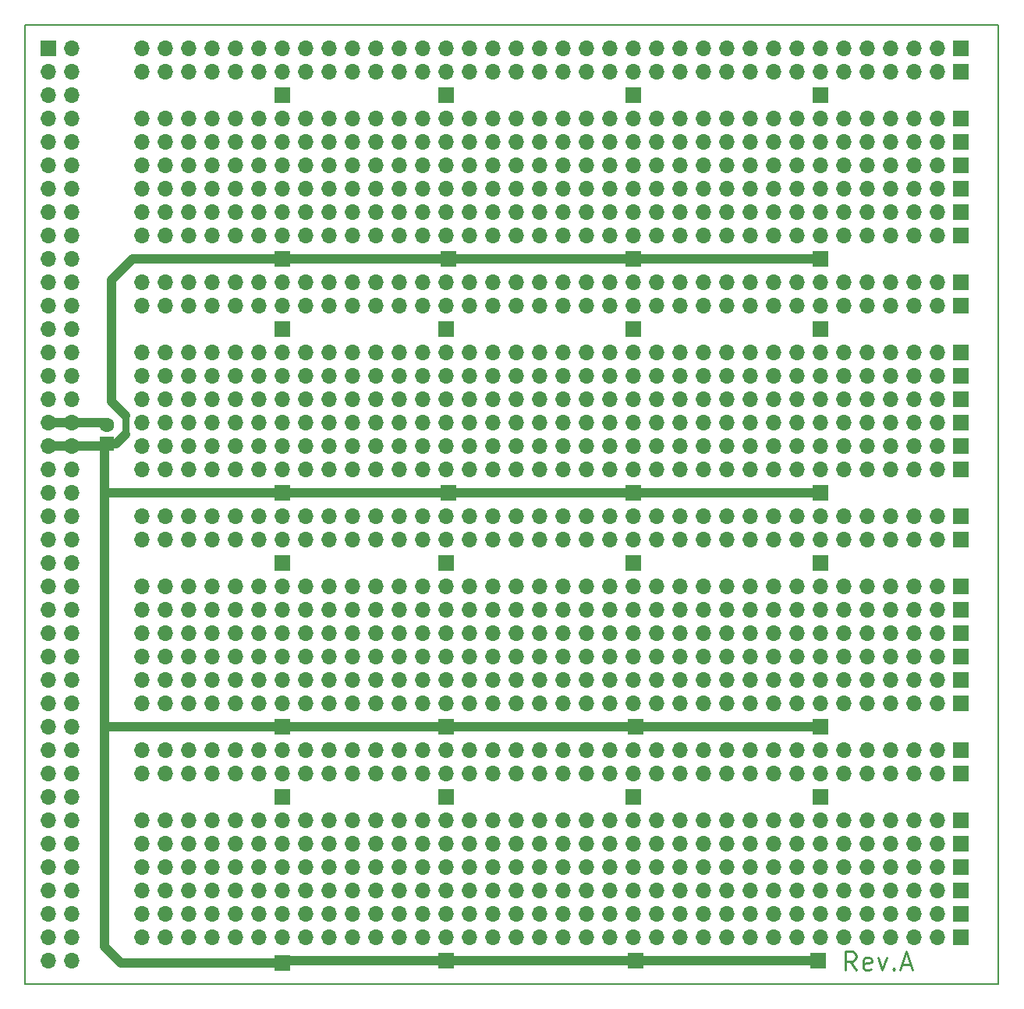
<source format=gbr>
%TF.GenerationSoftware,KiCad,Pcbnew,7.0.11+dfsg-1build4*%
%TF.CreationDate,2024-10-19T09:54:37-03:00*%
%TF.ProjectId,Z5,5a352e6b-6963-4616-945f-706362585858,rev?*%
%TF.SameCoordinates,Original*%
%TF.FileFunction,Copper,L1,Top*%
%TF.FilePolarity,Positive*%
%FSLAX46Y46*%
G04 Gerber Fmt 4.6, Leading zero omitted, Abs format (unit mm)*
G04 Created by KiCad (PCBNEW 7.0.11+dfsg-1build4) date 2024-10-19 09:54:37*
%MOMM*%
%LPD*%
G01*
G04 APERTURE LIST*
%TA.AperFunction,NonConductor*%
%ADD10C,0.200000*%
%TD*%
%ADD11C,0.250000*%
%TA.AperFunction,NonConductor*%
%ADD12C,0.250000*%
%TD*%
%TA.AperFunction,ComponentPad*%
%ADD13R,1.700000X1.700000*%
%TD*%
%TA.AperFunction,ComponentPad*%
%ADD14O,1.700000X1.700000*%
%TD*%
%TA.AperFunction,ComponentPad*%
%ADD15R,1.600000X1.600000*%
%TD*%
%TA.AperFunction,ComponentPad*%
%ADD16C,1.600000*%
%TD*%
%TA.AperFunction,Conductor*%
%ADD17C,1.000000*%
%TD*%
%TA.AperFunction,Conductor*%
%ADD18C,0.200000*%
%TD*%
%TA.AperFunction,Conductor*%
%ADD19C,0.800000*%
%TD*%
G04 APERTURE END LIST*
D10*
X76200000Y-50800000D02*
X181864000Y-50800000D01*
X181864000Y-154940000D01*
X76200000Y-154940000D01*
X76200000Y-50800000D01*
D11*
D12*
X166375520Y-153412238D02*
X165708853Y-152459857D01*
X165232663Y-153412238D02*
X165232663Y-151412238D01*
X165232663Y-151412238D02*
X165994568Y-151412238D01*
X165994568Y-151412238D02*
X166185044Y-151507476D01*
X166185044Y-151507476D02*
X166280282Y-151602714D01*
X166280282Y-151602714D02*
X166375520Y-151793190D01*
X166375520Y-151793190D02*
X166375520Y-152078904D01*
X166375520Y-152078904D02*
X166280282Y-152269380D01*
X166280282Y-152269380D02*
X166185044Y-152364619D01*
X166185044Y-152364619D02*
X165994568Y-152459857D01*
X165994568Y-152459857D02*
X165232663Y-152459857D01*
X167994568Y-153317000D02*
X167804092Y-153412238D01*
X167804092Y-153412238D02*
X167423139Y-153412238D01*
X167423139Y-153412238D02*
X167232663Y-153317000D01*
X167232663Y-153317000D02*
X167137425Y-153126523D01*
X167137425Y-153126523D02*
X167137425Y-152364619D01*
X167137425Y-152364619D02*
X167232663Y-152174142D01*
X167232663Y-152174142D02*
X167423139Y-152078904D01*
X167423139Y-152078904D02*
X167804092Y-152078904D01*
X167804092Y-152078904D02*
X167994568Y-152174142D01*
X167994568Y-152174142D02*
X168089806Y-152364619D01*
X168089806Y-152364619D02*
X168089806Y-152555095D01*
X168089806Y-152555095D02*
X167137425Y-152745571D01*
X168756473Y-152078904D02*
X169232663Y-153412238D01*
X169232663Y-153412238D02*
X169708854Y-152078904D01*
X170470759Y-153221761D02*
X170565997Y-153317000D01*
X170565997Y-153317000D02*
X170470759Y-153412238D01*
X170470759Y-153412238D02*
X170375521Y-153317000D01*
X170375521Y-153317000D02*
X170470759Y-153221761D01*
X170470759Y-153221761D02*
X170470759Y-153412238D01*
X171327902Y-152840809D02*
X172280283Y-152840809D01*
X171137426Y-153412238D02*
X171804092Y-151412238D01*
X171804092Y-151412238D02*
X172470759Y-153412238D01*
D13*
%TO.P,REF\u002A\u002A,1*%
%TO.N,N/C*%
X177800000Y-63500000D03*
D14*
%TO.P,REF\u002A\u002A,2*%
X175260000Y-63500000D03*
%TO.P,REF\u002A\u002A,3*%
X172720000Y-63500000D03*
%TO.P,REF\u002A\u002A,4*%
X170180000Y-63500000D03*
%TO.P,REF\u002A\u002A,5*%
X167640000Y-63500000D03*
%TO.P,REF\u002A\u002A,6*%
X165100000Y-63500000D03*
%TO.P,REF\u002A\u002A,7*%
X162560000Y-63500000D03*
%TO.P,REF\u002A\u002A,8*%
X160020000Y-63500000D03*
%TO.P,REF\u002A\u002A,9*%
X157480000Y-63500000D03*
%TO.P,REF\u002A\u002A,10*%
X154940000Y-63500000D03*
%TO.P,REF\u002A\u002A,11*%
X152400000Y-63500000D03*
%TO.P,REF\u002A\u002A,12*%
X149860000Y-63500000D03*
%TO.P,REF\u002A\u002A,13*%
X147320000Y-63500000D03*
%TO.P,REF\u002A\u002A,14*%
X144780000Y-63500000D03*
%TO.P,REF\u002A\u002A,15*%
X142240000Y-63500000D03*
%TO.P,REF\u002A\u002A,16*%
X139700000Y-63500000D03*
%TO.P,REF\u002A\u002A,17*%
X137160000Y-63500000D03*
%TO.P,REF\u002A\u002A,18*%
X134620000Y-63500000D03*
%TO.P,REF\u002A\u002A,19*%
X132080000Y-63500000D03*
%TO.P,REF\u002A\u002A,20*%
X129540000Y-63500000D03*
%TO.P,REF\u002A\u002A,21*%
X127000000Y-63500000D03*
%TO.P,REF\u002A\u002A,22*%
X124460000Y-63500000D03*
%TO.P,REF\u002A\u002A,23*%
X121920000Y-63500000D03*
%TO.P,REF\u002A\u002A,24*%
X119380000Y-63500000D03*
%TO.P,REF\u002A\u002A,25*%
X116840000Y-63500000D03*
%TO.P,REF\u002A\u002A,26*%
X114300000Y-63500000D03*
%TO.P,REF\u002A\u002A,27*%
X111760000Y-63500000D03*
%TO.P,REF\u002A\u002A,28*%
X109220000Y-63500000D03*
%TO.P,REF\u002A\u002A,29*%
X106680000Y-63500000D03*
%TO.P,REF\u002A\u002A,30*%
X104140000Y-63500000D03*
%TO.P,REF\u002A\u002A,31*%
X101600000Y-63500000D03*
%TO.P,REF\u002A\u002A,32*%
X99060000Y-63500000D03*
%TO.P,REF\u002A\u002A,33*%
X96520000Y-63500000D03*
%TO.P,REF\u002A\u002A,34*%
X93980000Y-63500000D03*
%TO.P,REF\u002A\u002A,35*%
X91440000Y-63500000D03*
%TO.P,REF\u002A\u002A,36*%
X88900000Y-63500000D03*
%TD*%
D13*
%TO.P,,1*%
%TO.N,N/C*%
X162560000Y-109220000D03*
%TD*%
%TO.P,REF\u002A\u002A,1*%
%TO.N,N/C*%
X177800000Y-55880000D03*
D14*
%TO.P,REF\u002A\u002A,2*%
X175260000Y-55880000D03*
%TO.P,REF\u002A\u002A,3*%
X172720000Y-55880000D03*
%TO.P,REF\u002A\u002A,4*%
X170180000Y-55880000D03*
%TO.P,REF\u002A\u002A,5*%
X167640000Y-55880000D03*
%TO.P,REF\u002A\u002A,6*%
X165100000Y-55880000D03*
%TO.P,REF\u002A\u002A,7*%
X162560000Y-55880000D03*
%TO.P,REF\u002A\u002A,8*%
X160020000Y-55880000D03*
%TO.P,REF\u002A\u002A,9*%
X157480000Y-55880000D03*
%TO.P,REF\u002A\u002A,10*%
X154940000Y-55880000D03*
%TO.P,REF\u002A\u002A,11*%
X152400000Y-55880000D03*
%TO.P,REF\u002A\u002A,12*%
X149860000Y-55880000D03*
%TO.P,REF\u002A\u002A,13*%
X147320000Y-55880000D03*
%TO.P,REF\u002A\u002A,14*%
X144780000Y-55880000D03*
%TO.P,REF\u002A\u002A,15*%
X142240000Y-55880000D03*
%TO.P,REF\u002A\u002A,16*%
X139700000Y-55880000D03*
%TO.P,REF\u002A\u002A,17*%
X137160000Y-55880000D03*
%TO.P,REF\u002A\u002A,18*%
X134620000Y-55880000D03*
%TO.P,REF\u002A\u002A,19*%
X132080000Y-55880000D03*
%TO.P,REF\u002A\u002A,20*%
X129540000Y-55880000D03*
%TO.P,REF\u002A\u002A,21*%
X127000000Y-55880000D03*
%TO.P,REF\u002A\u002A,22*%
X124460000Y-55880000D03*
%TO.P,REF\u002A\u002A,23*%
X121920000Y-55880000D03*
%TO.P,REF\u002A\u002A,24*%
X119380000Y-55880000D03*
%TO.P,REF\u002A\u002A,25*%
X116840000Y-55880000D03*
%TO.P,REF\u002A\u002A,26*%
X114300000Y-55880000D03*
%TO.P,REF\u002A\u002A,27*%
X111760000Y-55880000D03*
%TO.P,REF\u002A\u002A,28*%
X109220000Y-55880000D03*
%TO.P,REF\u002A\u002A,29*%
X106680000Y-55880000D03*
%TO.P,REF\u002A\u002A,30*%
X104140000Y-55880000D03*
%TO.P,REF\u002A\u002A,31*%
X101600000Y-55880000D03*
%TO.P,REF\u002A\u002A,32*%
X99060000Y-55880000D03*
%TO.P,REF\u002A\u002A,33*%
X96520000Y-55880000D03*
%TO.P,REF\u002A\u002A,34*%
X93980000Y-55880000D03*
%TO.P,REF\u002A\u002A,35*%
X91440000Y-55880000D03*
%TO.P,REF\u002A\u002A,36*%
X88900000Y-55880000D03*
%TD*%
D13*
%TO.P,REF\u002A\u002A,1*%
%TO.N,N/C*%
X121920000Y-58420000D03*
%TD*%
%TO.P,,1*%
%TO.N,N/C*%
X162560000Y-134620000D03*
%TD*%
%TO.P,REF\u002A\u002A,1*%
%TO.N,N/C*%
X177800000Y-68580000D03*
D14*
%TO.P,REF\u002A\u002A,2*%
X175260000Y-68580000D03*
%TO.P,REF\u002A\u002A,3*%
X172720000Y-68580000D03*
%TO.P,REF\u002A\u002A,4*%
X170180000Y-68580000D03*
%TO.P,REF\u002A\u002A,5*%
X167640000Y-68580000D03*
%TO.P,REF\u002A\u002A,6*%
X165100000Y-68580000D03*
%TO.P,REF\u002A\u002A,7*%
X162560000Y-68580000D03*
%TO.P,REF\u002A\u002A,8*%
X160020000Y-68580000D03*
%TO.P,REF\u002A\u002A,9*%
X157480000Y-68580000D03*
%TO.P,REF\u002A\u002A,10*%
X154940000Y-68580000D03*
%TO.P,REF\u002A\u002A,11*%
X152400000Y-68580000D03*
%TO.P,REF\u002A\u002A,12*%
X149860000Y-68580000D03*
%TO.P,REF\u002A\u002A,13*%
X147320000Y-68580000D03*
%TO.P,REF\u002A\u002A,14*%
X144780000Y-68580000D03*
%TO.P,REF\u002A\u002A,15*%
X142240000Y-68580000D03*
%TO.P,REF\u002A\u002A,16*%
X139700000Y-68580000D03*
%TO.P,REF\u002A\u002A,17*%
X137160000Y-68580000D03*
%TO.P,REF\u002A\u002A,18*%
X134620000Y-68580000D03*
%TO.P,REF\u002A\u002A,19*%
X132080000Y-68580000D03*
%TO.P,REF\u002A\u002A,20*%
X129540000Y-68580000D03*
%TO.P,REF\u002A\u002A,21*%
X127000000Y-68580000D03*
%TO.P,REF\u002A\u002A,22*%
X124460000Y-68580000D03*
%TO.P,REF\u002A\u002A,23*%
X121920000Y-68580000D03*
%TO.P,REF\u002A\u002A,24*%
X119380000Y-68580000D03*
%TO.P,REF\u002A\u002A,25*%
X116840000Y-68580000D03*
%TO.P,REF\u002A\u002A,26*%
X114300000Y-68580000D03*
%TO.P,REF\u002A\u002A,27*%
X111760000Y-68580000D03*
%TO.P,REF\u002A\u002A,28*%
X109220000Y-68580000D03*
%TO.P,REF\u002A\u002A,29*%
X106680000Y-68580000D03*
%TO.P,REF\u002A\u002A,30*%
X104140000Y-68580000D03*
%TO.P,REF\u002A\u002A,31*%
X101600000Y-68580000D03*
%TO.P,REF\u002A\u002A,32*%
X99060000Y-68580000D03*
%TO.P,REF\u002A\u002A,33*%
X96520000Y-68580000D03*
%TO.P,REF\u002A\u002A,34*%
X93980000Y-68580000D03*
%TO.P,REF\u002A\u002A,35*%
X91440000Y-68580000D03*
%TO.P,REF\u002A\u002A,36*%
X88900000Y-68580000D03*
%TD*%
D13*
%TO.P,REF\u002A\u002A,1*%
%TO.N,N/C*%
X177800000Y-60960000D03*
D14*
%TO.P,REF\u002A\u002A,2*%
X175260000Y-60960000D03*
%TO.P,REF\u002A\u002A,3*%
X172720000Y-60960000D03*
%TO.P,REF\u002A\u002A,4*%
X170180000Y-60960000D03*
%TO.P,REF\u002A\u002A,5*%
X167640000Y-60960000D03*
%TO.P,REF\u002A\u002A,6*%
X165100000Y-60960000D03*
%TO.P,REF\u002A\u002A,7*%
X162560000Y-60960000D03*
%TO.P,REF\u002A\u002A,8*%
X160020000Y-60960000D03*
%TO.P,REF\u002A\u002A,9*%
X157480000Y-60960000D03*
%TO.P,REF\u002A\u002A,10*%
X154940000Y-60960000D03*
%TO.P,REF\u002A\u002A,11*%
X152400000Y-60960000D03*
%TO.P,REF\u002A\u002A,12*%
X149860000Y-60960000D03*
%TO.P,REF\u002A\u002A,13*%
X147320000Y-60960000D03*
%TO.P,REF\u002A\u002A,14*%
X144780000Y-60960000D03*
%TO.P,REF\u002A\u002A,15*%
X142240000Y-60960000D03*
%TO.P,REF\u002A\u002A,16*%
X139700000Y-60960000D03*
%TO.P,REF\u002A\u002A,17*%
X137160000Y-60960000D03*
%TO.P,REF\u002A\u002A,18*%
X134620000Y-60960000D03*
%TO.P,REF\u002A\u002A,19*%
X132080000Y-60960000D03*
%TO.P,REF\u002A\u002A,20*%
X129540000Y-60960000D03*
%TO.P,REF\u002A\u002A,21*%
X127000000Y-60960000D03*
%TO.P,REF\u002A\u002A,22*%
X124460000Y-60960000D03*
%TO.P,REF\u002A\u002A,23*%
X121920000Y-60960000D03*
%TO.P,REF\u002A\u002A,24*%
X119380000Y-60960000D03*
%TO.P,REF\u002A\u002A,25*%
X116840000Y-60960000D03*
%TO.P,REF\u002A\u002A,26*%
X114300000Y-60960000D03*
%TO.P,REF\u002A\u002A,27*%
X111760000Y-60960000D03*
%TO.P,REF\u002A\u002A,28*%
X109220000Y-60960000D03*
%TO.P,REF\u002A\u002A,29*%
X106680000Y-60960000D03*
%TO.P,REF\u002A\u002A,30*%
X104140000Y-60960000D03*
%TO.P,REF\u002A\u002A,31*%
X101600000Y-60960000D03*
%TO.P,REF\u002A\u002A,32*%
X99060000Y-60960000D03*
%TO.P,REF\u002A\u002A,33*%
X96520000Y-60960000D03*
%TO.P,REF\u002A\u002A,34*%
X93980000Y-60960000D03*
%TO.P,REF\u002A\u002A,35*%
X91440000Y-60960000D03*
%TO.P,REF\u002A\u002A,36*%
X88900000Y-60960000D03*
%TD*%
D13*
%TO.P,REF\u002A\u002A,1*%
%TO.N,N/C*%
X121920000Y-127000000D03*
%TD*%
%TO.P,,1*%
%TO.N,N/C*%
X104140000Y-109220000D03*
%TD*%
%TO.P,REF\u002A\u002A,1*%
%TO.N,N/C*%
X177800000Y-132080000D03*
D14*
%TO.P,REF\u002A\u002A,2*%
X175260000Y-132080000D03*
%TO.P,REF\u002A\u002A,3*%
X172720000Y-132080000D03*
%TO.P,REF\u002A\u002A,4*%
X170180000Y-132080000D03*
%TO.P,REF\u002A\u002A,5*%
X167640000Y-132080000D03*
%TO.P,REF\u002A\u002A,6*%
X165100000Y-132080000D03*
%TO.P,REF\u002A\u002A,7*%
X162560000Y-132080000D03*
%TO.P,REF\u002A\u002A,8*%
X160020000Y-132080000D03*
%TO.P,REF\u002A\u002A,9*%
X157480000Y-132080000D03*
%TO.P,REF\u002A\u002A,10*%
X154940000Y-132080000D03*
%TO.P,REF\u002A\u002A,11*%
X152400000Y-132080000D03*
%TO.P,REF\u002A\u002A,12*%
X149860000Y-132080000D03*
%TO.P,REF\u002A\u002A,13*%
X147320000Y-132080000D03*
%TO.P,REF\u002A\u002A,14*%
X144780000Y-132080000D03*
%TO.P,REF\u002A\u002A,15*%
X142240000Y-132080000D03*
%TO.P,REF\u002A\u002A,16*%
X139700000Y-132080000D03*
%TO.P,REF\u002A\u002A,17*%
X137160000Y-132080000D03*
%TO.P,REF\u002A\u002A,18*%
X134620000Y-132080000D03*
%TO.P,REF\u002A\u002A,19*%
X132080000Y-132080000D03*
%TO.P,REF\u002A\u002A,20*%
X129540000Y-132080000D03*
%TO.P,REF\u002A\u002A,21*%
X127000000Y-132080000D03*
%TO.P,REF\u002A\u002A,22*%
X124460000Y-132080000D03*
%TO.P,REF\u002A\u002A,23*%
X121920000Y-132080000D03*
%TO.P,REF\u002A\u002A,24*%
X119380000Y-132080000D03*
%TO.P,REF\u002A\u002A,25*%
X116840000Y-132080000D03*
%TO.P,REF\u002A\u002A,26*%
X114300000Y-132080000D03*
%TO.P,REF\u002A\u002A,27*%
X111760000Y-132080000D03*
%TO.P,REF\u002A\u002A,28*%
X109220000Y-132080000D03*
%TO.P,REF\u002A\u002A,29*%
X106680000Y-132080000D03*
%TO.P,REF\u002A\u002A,30*%
X104140000Y-132080000D03*
%TO.P,REF\u002A\u002A,31*%
X101600000Y-132080000D03*
%TO.P,REF\u002A\u002A,32*%
X99060000Y-132080000D03*
%TO.P,REF\u002A\u002A,33*%
X96520000Y-132080000D03*
%TO.P,REF\u002A\u002A,34*%
X93980000Y-132080000D03*
%TO.P,REF\u002A\u002A,35*%
X91440000Y-132080000D03*
%TO.P,REF\u002A\u002A,36*%
X88900000Y-132080000D03*
%TD*%
D13*
%TO.P,REF\u002A\u002A,1*%
%TO.N,N/C*%
X122174000Y-101600000D03*
%TD*%
%TO.P,REF\u002A\u002A,1*%
%TO.N,N/C*%
X122174000Y-76200000D03*
%TD*%
%TO.P,REF\u002A\u002A,1*%
%TO.N,N/C*%
X177800000Y-119380000D03*
D14*
%TO.P,REF\u002A\u002A,2*%
X175260000Y-119380000D03*
%TO.P,REF\u002A\u002A,3*%
X172720000Y-119380000D03*
%TO.P,REF\u002A\u002A,4*%
X170180000Y-119380000D03*
%TO.P,REF\u002A\u002A,5*%
X167640000Y-119380000D03*
%TO.P,REF\u002A\u002A,6*%
X165100000Y-119380000D03*
%TO.P,REF\u002A\u002A,7*%
X162560000Y-119380000D03*
%TO.P,REF\u002A\u002A,8*%
X160020000Y-119380000D03*
%TO.P,REF\u002A\u002A,9*%
X157480000Y-119380000D03*
%TO.P,REF\u002A\u002A,10*%
X154940000Y-119380000D03*
%TO.P,REF\u002A\u002A,11*%
X152400000Y-119380000D03*
%TO.P,REF\u002A\u002A,12*%
X149860000Y-119380000D03*
%TO.P,REF\u002A\u002A,13*%
X147320000Y-119380000D03*
%TO.P,REF\u002A\u002A,14*%
X144780000Y-119380000D03*
%TO.P,REF\u002A\u002A,15*%
X142240000Y-119380000D03*
%TO.P,REF\u002A\u002A,16*%
X139700000Y-119380000D03*
%TO.P,REF\u002A\u002A,17*%
X137160000Y-119380000D03*
%TO.P,REF\u002A\u002A,18*%
X134620000Y-119380000D03*
%TO.P,REF\u002A\u002A,19*%
X132080000Y-119380000D03*
%TO.P,REF\u002A\u002A,20*%
X129540000Y-119380000D03*
%TO.P,REF\u002A\u002A,21*%
X127000000Y-119380000D03*
%TO.P,REF\u002A\u002A,22*%
X124460000Y-119380000D03*
%TO.P,REF\u002A\u002A,23*%
X121920000Y-119380000D03*
%TO.P,REF\u002A\u002A,24*%
X119380000Y-119380000D03*
%TO.P,REF\u002A\u002A,25*%
X116840000Y-119380000D03*
%TO.P,REF\u002A\u002A,26*%
X114300000Y-119380000D03*
%TO.P,REF\u002A\u002A,27*%
X111760000Y-119380000D03*
%TO.P,REF\u002A\u002A,28*%
X109220000Y-119380000D03*
%TO.P,REF\u002A\u002A,29*%
X106680000Y-119380000D03*
%TO.P,REF\u002A\u002A,30*%
X104140000Y-119380000D03*
%TO.P,REF\u002A\u002A,31*%
X101600000Y-119380000D03*
%TO.P,REF\u002A\u002A,32*%
X99060000Y-119380000D03*
%TO.P,REF\u002A\u002A,33*%
X96520000Y-119380000D03*
%TO.P,REF\u002A\u002A,34*%
X93980000Y-119380000D03*
%TO.P,REF\u002A\u002A,35*%
X91440000Y-119380000D03*
%TO.P,REF\u002A\u002A,36*%
X88900000Y-119380000D03*
%TD*%
D13*
%TO.P,REF\u002A\u002A,1*%
%TO.N,N/C*%
X177800000Y-121920000D03*
D14*
%TO.P,REF\u002A\u002A,2*%
X175260000Y-121920000D03*
%TO.P,REF\u002A\u002A,3*%
X172720000Y-121920000D03*
%TO.P,REF\u002A\u002A,4*%
X170180000Y-121920000D03*
%TO.P,REF\u002A\u002A,5*%
X167640000Y-121920000D03*
%TO.P,REF\u002A\u002A,6*%
X165100000Y-121920000D03*
%TO.P,REF\u002A\u002A,7*%
X162560000Y-121920000D03*
%TO.P,REF\u002A\u002A,8*%
X160020000Y-121920000D03*
%TO.P,REF\u002A\u002A,9*%
X157480000Y-121920000D03*
%TO.P,REF\u002A\u002A,10*%
X154940000Y-121920000D03*
%TO.P,REF\u002A\u002A,11*%
X152400000Y-121920000D03*
%TO.P,REF\u002A\u002A,12*%
X149860000Y-121920000D03*
%TO.P,REF\u002A\u002A,13*%
X147320000Y-121920000D03*
%TO.P,REF\u002A\u002A,14*%
X144780000Y-121920000D03*
%TO.P,REF\u002A\u002A,15*%
X142240000Y-121920000D03*
%TO.P,REF\u002A\u002A,16*%
X139700000Y-121920000D03*
%TO.P,REF\u002A\u002A,17*%
X137160000Y-121920000D03*
%TO.P,REF\u002A\u002A,18*%
X134620000Y-121920000D03*
%TO.P,REF\u002A\u002A,19*%
X132080000Y-121920000D03*
%TO.P,REF\u002A\u002A,20*%
X129540000Y-121920000D03*
%TO.P,REF\u002A\u002A,21*%
X127000000Y-121920000D03*
%TO.P,REF\u002A\u002A,22*%
X124460000Y-121920000D03*
%TO.P,REF\u002A\u002A,23*%
X121920000Y-121920000D03*
%TO.P,REF\u002A\u002A,24*%
X119380000Y-121920000D03*
%TO.P,REF\u002A\u002A,25*%
X116840000Y-121920000D03*
%TO.P,REF\u002A\u002A,26*%
X114300000Y-121920000D03*
%TO.P,REF\u002A\u002A,27*%
X111760000Y-121920000D03*
%TO.P,REF\u002A\u002A,28*%
X109220000Y-121920000D03*
%TO.P,REF\u002A\u002A,29*%
X106680000Y-121920000D03*
%TO.P,REF\u002A\u002A,30*%
X104140000Y-121920000D03*
%TO.P,REF\u002A\u002A,31*%
X101600000Y-121920000D03*
%TO.P,REF\u002A\u002A,32*%
X99060000Y-121920000D03*
%TO.P,REF\u002A\u002A,33*%
X96520000Y-121920000D03*
%TO.P,REF\u002A\u002A,34*%
X93980000Y-121920000D03*
%TO.P,REF\u002A\u002A,35*%
X91440000Y-121920000D03*
%TO.P,REF\u002A\u002A,36*%
X88900000Y-121920000D03*
%TD*%
D13*
%TO.P,REF\u002A\u002A,1*%
%TO.N,N/C*%
X177800000Y-139700000D03*
D14*
%TO.P,REF\u002A\u002A,2*%
X175260000Y-139700000D03*
%TO.P,REF\u002A\u002A,3*%
X172720000Y-139700000D03*
%TO.P,REF\u002A\u002A,4*%
X170180000Y-139700000D03*
%TO.P,REF\u002A\u002A,5*%
X167640000Y-139700000D03*
%TO.P,REF\u002A\u002A,6*%
X165100000Y-139700000D03*
%TO.P,REF\u002A\u002A,7*%
X162560000Y-139700000D03*
%TO.P,REF\u002A\u002A,8*%
X160020000Y-139700000D03*
%TO.P,REF\u002A\u002A,9*%
X157480000Y-139700000D03*
%TO.P,REF\u002A\u002A,10*%
X154940000Y-139700000D03*
%TO.P,REF\u002A\u002A,11*%
X152400000Y-139700000D03*
%TO.P,REF\u002A\u002A,12*%
X149860000Y-139700000D03*
%TO.P,REF\u002A\u002A,13*%
X147320000Y-139700000D03*
%TO.P,REF\u002A\u002A,14*%
X144780000Y-139700000D03*
%TO.P,REF\u002A\u002A,15*%
X142240000Y-139700000D03*
%TO.P,REF\u002A\u002A,16*%
X139700000Y-139700000D03*
%TO.P,REF\u002A\u002A,17*%
X137160000Y-139700000D03*
%TO.P,REF\u002A\u002A,18*%
X134620000Y-139700000D03*
%TO.P,REF\u002A\u002A,19*%
X132080000Y-139700000D03*
%TO.P,REF\u002A\u002A,20*%
X129540000Y-139700000D03*
%TO.P,REF\u002A\u002A,21*%
X127000000Y-139700000D03*
%TO.P,REF\u002A\u002A,22*%
X124460000Y-139700000D03*
%TO.P,REF\u002A\u002A,23*%
X121920000Y-139700000D03*
%TO.P,REF\u002A\u002A,24*%
X119380000Y-139700000D03*
%TO.P,REF\u002A\u002A,25*%
X116840000Y-139700000D03*
%TO.P,REF\u002A\u002A,26*%
X114300000Y-139700000D03*
%TO.P,REF\u002A\u002A,27*%
X111760000Y-139700000D03*
%TO.P,REF\u002A\u002A,28*%
X109220000Y-139700000D03*
%TO.P,REF\u002A\u002A,29*%
X106680000Y-139700000D03*
%TO.P,REF\u002A\u002A,30*%
X104140000Y-139700000D03*
%TO.P,REF\u002A\u002A,31*%
X101600000Y-139700000D03*
%TO.P,REF\u002A\u002A,32*%
X99060000Y-139700000D03*
%TO.P,REF\u002A\u002A,33*%
X96520000Y-139700000D03*
%TO.P,REF\u002A\u002A,34*%
X93980000Y-139700000D03*
%TO.P,REF\u002A\u002A,35*%
X91440000Y-139700000D03*
%TO.P,REF\u002A\u002A,36*%
X88900000Y-139700000D03*
%TD*%
D13*
%TO.P,REF\u002A\u002A,1*%
%TO.N,N/C*%
X104140000Y-152654000D03*
%TD*%
%TO.P,REF\u002A\u002A,1*%
%TO.N,N/C*%
X177800000Y-142240000D03*
D14*
%TO.P,REF\u002A\u002A,2*%
X175260000Y-142240000D03*
%TO.P,REF\u002A\u002A,3*%
X172720000Y-142240000D03*
%TO.P,REF\u002A\u002A,4*%
X170180000Y-142240000D03*
%TO.P,REF\u002A\u002A,5*%
X167640000Y-142240000D03*
%TO.P,REF\u002A\u002A,6*%
X165100000Y-142240000D03*
%TO.P,REF\u002A\u002A,7*%
X162560000Y-142240000D03*
%TO.P,REF\u002A\u002A,8*%
X160020000Y-142240000D03*
%TO.P,REF\u002A\u002A,9*%
X157480000Y-142240000D03*
%TO.P,REF\u002A\u002A,10*%
X154940000Y-142240000D03*
%TO.P,REF\u002A\u002A,11*%
X152400000Y-142240000D03*
%TO.P,REF\u002A\u002A,12*%
X149860000Y-142240000D03*
%TO.P,REF\u002A\u002A,13*%
X147320000Y-142240000D03*
%TO.P,REF\u002A\u002A,14*%
X144780000Y-142240000D03*
%TO.P,REF\u002A\u002A,15*%
X142240000Y-142240000D03*
%TO.P,REF\u002A\u002A,16*%
X139700000Y-142240000D03*
%TO.P,REF\u002A\u002A,17*%
X137160000Y-142240000D03*
%TO.P,REF\u002A\u002A,18*%
X134620000Y-142240000D03*
%TO.P,REF\u002A\u002A,19*%
X132080000Y-142240000D03*
%TO.P,REF\u002A\u002A,20*%
X129540000Y-142240000D03*
%TO.P,REF\u002A\u002A,21*%
X127000000Y-142240000D03*
%TO.P,REF\u002A\u002A,22*%
X124460000Y-142240000D03*
%TO.P,REF\u002A\u002A,23*%
X121920000Y-142240000D03*
%TO.P,REF\u002A\u002A,24*%
X119380000Y-142240000D03*
%TO.P,REF\u002A\u002A,25*%
X116840000Y-142240000D03*
%TO.P,REF\u002A\u002A,26*%
X114300000Y-142240000D03*
%TO.P,REF\u002A\u002A,27*%
X111760000Y-142240000D03*
%TO.P,REF\u002A\u002A,28*%
X109220000Y-142240000D03*
%TO.P,REF\u002A\u002A,29*%
X106680000Y-142240000D03*
%TO.P,REF\u002A\u002A,30*%
X104140000Y-142240000D03*
%TO.P,REF\u002A\u002A,31*%
X101600000Y-142240000D03*
%TO.P,REF\u002A\u002A,32*%
X99060000Y-142240000D03*
%TO.P,REF\u002A\u002A,33*%
X96520000Y-142240000D03*
%TO.P,REF\u002A\u002A,34*%
X93980000Y-142240000D03*
%TO.P,REF\u002A\u002A,35*%
X91440000Y-142240000D03*
%TO.P,REF\u002A\u002A,36*%
X88900000Y-142240000D03*
%TD*%
D13*
%TO.P,,1*%
%TO.N,N/C*%
X142240000Y-109220000D03*
%TD*%
%TO.P,REF\u002A\u002A,1*%
%TO.N,N/C*%
X177800000Y-111760000D03*
D14*
%TO.P,REF\u002A\u002A,2*%
X175260000Y-111760000D03*
%TO.P,REF\u002A\u002A,3*%
X172720000Y-111760000D03*
%TO.P,REF\u002A\u002A,4*%
X170180000Y-111760000D03*
%TO.P,REF\u002A\u002A,5*%
X167640000Y-111760000D03*
%TO.P,REF\u002A\u002A,6*%
X165100000Y-111760000D03*
%TO.P,REF\u002A\u002A,7*%
X162560000Y-111760000D03*
%TO.P,REF\u002A\u002A,8*%
X160020000Y-111760000D03*
%TO.P,REF\u002A\u002A,9*%
X157480000Y-111760000D03*
%TO.P,REF\u002A\u002A,10*%
X154940000Y-111760000D03*
%TO.P,REF\u002A\u002A,11*%
X152400000Y-111760000D03*
%TO.P,REF\u002A\u002A,12*%
X149860000Y-111760000D03*
%TO.P,REF\u002A\u002A,13*%
X147320000Y-111760000D03*
%TO.P,REF\u002A\u002A,14*%
X144780000Y-111760000D03*
%TO.P,REF\u002A\u002A,15*%
X142240000Y-111760000D03*
%TO.P,REF\u002A\u002A,16*%
X139700000Y-111760000D03*
%TO.P,REF\u002A\u002A,17*%
X137160000Y-111760000D03*
%TO.P,REF\u002A\u002A,18*%
X134620000Y-111760000D03*
%TO.P,REF\u002A\u002A,19*%
X132080000Y-111760000D03*
%TO.P,REF\u002A\u002A,20*%
X129540000Y-111760000D03*
%TO.P,REF\u002A\u002A,21*%
X127000000Y-111760000D03*
%TO.P,REF\u002A\u002A,22*%
X124460000Y-111760000D03*
%TO.P,REF\u002A\u002A,23*%
X121920000Y-111760000D03*
%TO.P,REF\u002A\u002A,24*%
X119380000Y-111760000D03*
%TO.P,REF\u002A\u002A,25*%
X116840000Y-111760000D03*
%TO.P,REF\u002A\u002A,26*%
X114300000Y-111760000D03*
%TO.P,REF\u002A\u002A,27*%
X111760000Y-111760000D03*
%TO.P,REF\u002A\u002A,28*%
X109220000Y-111760000D03*
%TO.P,REF\u002A\u002A,29*%
X106680000Y-111760000D03*
%TO.P,REF\u002A\u002A,30*%
X104140000Y-111760000D03*
%TO.P,REF\u002A\u002A,31*%
X101600000Y-111760000D03*
%TO.P,REF\u002A\u002A,32*%
X99060000Y-111760000D03*
%TO.P,REF\u002A\u002A,33*%
X96520000Y-111760000D03*
%TO.P,REF\u002A\u002A,34*%
X93980000Y-111760000D03*
%TO.P,REF\u002A\u002A,35*%
X91440000Y-111760000D03*
%TO.P,REF\u002A\u002A,36*%
X88900000Y-111760000D03*
%TD*%
D13*
%TO.P,REF\u002A\u002A,1*%
%TO.N,N/C*%
X177800000Y-96520000D03*
D14*
%TO.P,REF\u002A\u002A,2*%
X175260000Y-96520000D03*
%TO.P,REF\u002A\u002A,3*%
X172720000Y-96520000D03*
%TO.P,REF\u002A\u002A,4*%
X170180000Y-96520000D03*
%TO.P,REF\u002A\u002A,5*%
X167640000Y-96520000D03*
%TO.P,REF\u002A\u002A,6*%
X165100000Y-96520000D03*
%TO.P,REF\u002A\u002A,7*%
X162560000Y-96520000D03*
%TO.P,REF\u002A\u002A,8*%
X160020000Y-96520000D03*
%TO.P,REF\u002A\u002A,9*%
X157480000Y-96520000D03*
%TO.P,REF\u002A\u002A,10*%
X154940000Y-96520000D03*
%TO.P,REF\u002A\u002A,11*%
X152400000Y-96520000D03*
%TO.P,REF\u002A\u002A,12*%
X149860000Y-96520000D03*
%TO.P,REF\u002A\u002A,13*%
X147320000Y-96520000D03*
%TO.P,REF\u002A\u002A,14*%
X144780000Y-96520000D03*
%TO.P,REF\u002A\u002A,15*%
X142240000Y-96520000D03*
%TO.P,REF\u002A\u002A,16*%
X139700000Y-96520000D03*
%TO.P,REF\u002A\u002A,17*%
X137160000Y-96520000D03*
%TO.P,REF\u002A\u002A,18*%
X134620000Y-96520000D03*
%TO.P,REF\u002A\u002A,19*%
X132080000Y-96520000D03*
%TO.P,REF\u002A\u002A,20*%
X129540000Y-96520000D03*
%TO.P,REF\u002A\u002A,21*%
X127000000Y-96520000D03*
%TO.P,REF\u002A\u002A,22*%
X124460000Y-96520000D03*
%TO.P,REF\u002A\u002A,23*%
X121920000Y-96520000D03*
%TO.P,REF\u002A\u002A,24*%
X119380000Y-96520000D03*
%TO.P,REF\u002A\u002A,25*%
X116840000Y-96520000D03*
%TO.P,REF\u002A\u002A,26*%
X114300000Y-96520000D03*
%TO.P,REF\u002A\u002A,27*%
X111760000Y-96520000D03*
%TO.P,REF\u002A\u002A,28*%
X109220000Y-96520000D03*
%TO.P,REF\u002A\u002A,29*%
X106680000Y-96520000D03*
%TO.P,REF\u002A\u002A,30*%
X104140000Y-96520000D03*
%TO.P,REF\u002A\u002A,31*%
X101600000Y-96520000D03*
%TO.P,REF\u002A\u002A,32*%
X99060000Y-96520000D03*
%TO.P,REF\u002A\u002A,33*%
X96520000Y-96520000D03*
%TO.P,REF\u002A\u002A,34*%
X93980000Y-96520000D03*
%TO.P,REF\u002A\u002A,35*%
X91440000Y-96520000D03*
%TO.P,REF\u002A\u002A,36*%
X88900000Y-96520000D03*
%TD*%
D13*
%TO.P,REF\u002A\u002A,1*%
%TO.N,N/C*%
X177800000Y-116840000D03*
D14*
%TO.P,REF\u002A\u002A,2*%
X175260000Y-116840000D03*
%TO.P,REF\u002A\u002A,3*%
X172720000Y-116840000D03*
%TO.P,REF\u002A\u002A,4*%
X170180000Y-116840000D03*
%TO.P,REF\u002A\u002A,5*%
X167640000Y-116840000D03*
%TO.P,REF\u002A\u002A,6*%
X165100000Y-116840000D03*
%TO.P,REF\u002A\u002A,7*%
X162560000Y-116840000D03*
%TO.P,REF\u002A\u002A,8*%
X160020000Y-116840000D03*
%TO.P,REF\u002A\u002A,9*%
X157480000Y-116840000D03*
%TO.P,REF\u002A\u002A,10*%
X154940000Y-116840000D03*
%TO.P,REF\u002A\u002A,11*%
X152400000Y-116840000D03*
%TO.P,REF\u002A\u002A,12*%
X149860000Y-116840000D03*
%TO.P,REF\u002A\u002A,13*%
X147320000Y-116840000D03*
%TO.P,REF\u002A\u002A,14*%
X144780000Y-116840000D03*
%TO.P,REF\u002A\u002A,15*%
X142240000Y-116840000D03*
%TO.P,REF\u002A\u002A,16*%
X139700000Y-116840000D03*
%TO.P,REF\u002A\u002A,17*%
X137160000Y-116840000D03*
%TO.P,REF\u002A\u002A,18*%
X134620000Y-116840000D03*
%TO.P,REF\u002A\u002A,19*%
X132080000Y-116840000D03*
%TO.P,REF\u002A\u002A,20*%
X129540000Y-116840000D03*
%TO.P,REF\u002A\u002A,21*%
X127000000Y-116840000D03*
%TO.P,REF\u002A\u002A,22*%
X124460000Y-116840000D03*
%TO.P,REF\u002A\u002A,23*%
X121920000Y-116840000D03*
%TO.P,REF\u002A\u002A,24*%
X119380000Y-116840000D03*
%TO.P,REF\u002A\u002A,25*%
X116840000Y-116840000D03*
%TO.P,REF\u002A\u002A,26*%
X114300000Y-116840000D03*
%TO.P,REF\u002A\u002A,27*%
X111760000Y-116840000D03*
%TO.P,REF\u002A\u002A,28*%
X109220000Y-116840000D03*
%TO.P,REF\u002A\u002A,29*%
X106680000Y-116840000D03*
%TO.P,REF\u002A\u002A,30*%
X104140000Y-116840000D03*
%TO.P,REF\u002A\u002A,31*%
X101600000Y-116840000D03*
%TO.P,REF\u002A\u002A,32*%
X99060000Y-116840000D03*
%TO.P,REF\u002A\u002A,33*%
X96520000Y-116840000D03*
%TO.P,REF\u002A\u002A,34*%
X93980000Y-116840000D03*
%TO.P,REF\u002A\u002A,35*%
X91440000Y-116840000D03*
%TO.P,REF\u002A\u002A,36*%
X88900000Y-116840000D03*
%TD*%
D13*
%TO.P,REF\u002A\u002A,1*%
%TO.N,N/C*%
X177800000Y-53340000D03*
D14*
%TO.P,REF\u002A\u002A,2*%
X175260000Y-53340000D03*
%TO.P,REF\u002A\u002A,3*%
X172720000Y-53340000D03*
%TO.P,REF\u002A\u002A,4*%
X170180000Y-53340000D03*
%TO.P,REF\u002A\u002A,5*%
X167640000Y-53340000D03*
%TO.P,REF\u002A\u002A,6*%
X165100000Y-53340000D03*
%TO.P,REF\u002A\u002A,7*%
X162560000Y-53340000D03*
%TO.P,REF\u002A\u002A,8*%
X160020000Y-53340000D03*
%TO.P,REF\u002A\u002A,9*%
X157480000Y-53340000D03*
%TO.P,REF\u002A\u002A,10*%
X154940000Y-53340000D03*
%TO.P,REF\u002A\u002A,11*%
X152400000Y-53340000D03*
%TO.P,REF\u002A\u002A,12*%
X149860000Y-53340000D03*
%TO.P,REF\u002A\u002A,13*%
X147320000Y-53340000D03*
%TO.P,REF\u002A\u002A,14*%
X144780000Y-53340000D03*
%TO.P,REF\u002A\u002A,15*%
X142240000Y-53340000D03*
%TO.P,REF\u002A\u002A,16*%
X139700000Y-53340000D03*
%TO.P,REF\u002A\u002A,17*%
X137160000Y-53340000D03*
%TO.P,REF\u002A\u002A,18*%
X134620000Y-53340000D03*
%TO.P,REF\u002A\u002A,19*%
X132080000Y-53340000D03*
%TO.P,REF\u002A\u002A,20*%
X129540000Y-53340000D03*
%TO.P,REF\u002A\u002A,21*%
X127000000Y-53340000D03*
%TO.P,REF\u002A\u002A,22*%
X124460000Y-53340000D03*
%TO.P,REF\u002A\u002A,23*%
X121920000Y-53340000D03*
%TO.P,REF\u002A\u002A,24*%
X119380000Y-53340000D03*
%TO.P,REF\u002A\u002A,25*%
X116840000Y-53340000D03*
%TO.P,REF\u002A\u002A,26*%
X114300000Y-53340000D03*
%TO.P,REF\u002A\u002A,27*%
X111760000Y-53340000D03*
%TO.P,REF\u002A\u002A,28*%
X109220000Y-53340000D03*
%TO.P,REF\u002A\u002A,29*%
X106680000Y-53340000D03*
%TO.P,REF\u002A\u002A,30*%
X104140000Y-53340000D03*
%TO.P,REF\u002A\u002A,31*%
X101600000Y-53340000D03*
%TO.P,REF\u002A\u002A,32*%
X99060000Y-53340000D03*
%TO.P,REF\u002A\u002A,33*%
X96520000Y-53340000D03*
%TO.P,REF\u002A\u002A,34*%
X93980000Y-53340000D03*
%TO.P,REF\u002A\u002A,35*%
X91440000Y-53340000D03*
%TO.P,REF\u002A\u002A,36*%
X88900000Y-53340000D03*
%TD*%
D13*
%TO.P,REF\u002A\u002A,1*%
%TO.N,N/C*%
X142494000Y-127000000D03*
%TD*%
%TO.P,REF\u002A\u002A,1*%
%TO.N,N/C*%
X177800000Y-114300000D03*
D14*
%TO.P,REF\u002A\u002A,2*%
X175260000Y-114300000D03*
%TO.P,REF\u002A\u002A,3*%
X172720000Y-114300000D03*
%TO.P,REF\u002A\u002A,4*%
X170180000Y-114300000D03*
%TO.P,REF\u002A\u002A,5*%
X167640000Y-114300000D03*
%TO.P,REF\u002A\u002A,6*%
X165100000Y-114300000D03*
%TO.P,REF\u002A\u002A,7*%
X162560000Y-114300000D03*
%TO.P,REF\u002A\u002A,8*%
X160020000Y-114300000D03*
%TO.P,REF\u002A\u002A,9*%
X157480000Y-114300000D03*
%TO.P,REF\u002A\u002A,10*%
X154940000Y-114300000D03*
%TO.P,REF\u002A\u002A,11*%
X152400000Y-114300000D03*
%TO.P,REF\u002A\u002A,12*%
X149860000Y-114300000D03*
%TO.P,REF\u002A\u002A,13*%
X147320000Y-114300000D03*
%TO.P,REF\u002A\u002A,14*%
X144780000Y-114300000D03*
%TO.P,REF\u002A\u002A,15*%
X142240000Y-114300000D03*
%TO.P,REF\u002A\u002A,16*%
X139700000Y-114300000D03*
%TO.P,REF\u002A\u002A,17*%
X137160000Y-114300000D03*
%TO.P,REF\u002A\u002A,18*%
X134620000Y-114300000D03*
%TO.P,REF\u002A\u002A,19*%
X132080000Y-114300000D03*
%TO.P,REF\u002A\u002A,20*%
X129540000Y-114300000D03*
%TO.P,REF\u002A\u002A,21*%
X127000000Y-114300000D03*
%TO.P,REF\u002A\u002A,22*%
X124460000Y-114300000D03*
%TO.P,REF\u002A\u002A,23*%
X121920000Y-114300000D03*
%TO.P,REF\u002A\u002A,24*%
X119380000Y-114300000D03*
%TO.P,REF\u002A\u002A,25*%
X116840000Y-114300000D03*
%TO.P,REF\u002A\u002A,26*%
X114300000Y-114300000D03*
%TO.P,REF\u002A\u002A,27*%
X111760000Y-114300000D03*
%TO.P,REF\u002A\u002A,28*%
X109220000Y-114300000D03*
%TO.P,REF\u002A\u002A,29*%
X106680000Y-114300000D03*
%TO.P,REF\u002A\u002A,30*%
X104140000Y-114300000D03*
%TO.P,REF\u002A\u002A,31*%
X101600000Y-114300000D03*
%TO.P,REF\u002A\u002A,32*%
X99060000Y-114300000D03*
%TO.P,REF\u002A\u002A,33*%
X96520000Y-114300000D03*
%TO.P,REF\u002A\u002A,34*%
X93980000Y-114300000D03*
%TO.P,REF\u002A\u002A,35*%
X91440000Y-114300000D03*
%TO.P,REF\u002A\u002A,36*%
X88900000Y-114300000D03*
%TD*%
D13*
%TO.P,REF\u002A\u002A,1*%
%TO.N,N/C*%
X162560000Y-101600000D03*
%TD*%
D15*
%TO.P,REF\u002A\u002A,1*%
%TO.N,N/C*%
X85090000Y-96266000D03*
D16*
%TO.P,REF\u002A\u002A,2*%
X85090000Y-94266000D03*
%TD*%
D13*
%TO.P,REF\u002A\u002A,1*%
%TO.N,N/C*%
X177800000Y-147320000D03*
D14*
%TO.P,REF\u002A\u002A,2*%
X175260000Y-147320000D03*
%TO.P,REF\u002A\u002A,3*%
X172720000Y-147320000D03*
%TO.P,REF\u002A\u002A,4*%
X170180000Y-147320000D03*
%TO.P,REF\u002A\u002A,5*%
X167640000Y-147320000D03*
%TO.P,REF\u002A\u002A,6*%
X165100000Y-147320000D03*
%TO.P,REF\u002A\u002A,7*%
X162560000Y-147320000D03*
%TO.P,REF\u002A\u002A,8*%
X160020000Y-147320000D03*
%TO.P,REF\u002A\u002A,9*%
X157480000Y-147320000D03*
%TO.P,REF\u002A\u002A,10*%
X154940000Y-147320000D03*
%TO.P,REF\u002A\u002A,11*%
X152400000Y-147320000D03*
%TO.P,REF\u002A\u002A,12*%
X149860000Y-147320000D03*
%TO.P,REF\u002A\u002A,13*%
X147320000Y-147320000D03*
%TO.P,REF\u002A\u002A,14*%
X144780000Y-147320000D03*
%TO.P,REF\u002A\u002A,15*%
X142240000Y-147320000D03*
%TO.P,REF\u002A\u002A,16*%
X139700000Y-147320000D03*
%TO.P,REF\u002A\u002A,17*%
X137160000Y-147320000D03*
%TO.P,REF\u002A\u002A,18*%
X134620000Y-147320000D03*
%TO.P,REF\u002A\u002A,19*%
X132080000Y-147320000D03*
%TO.P,REF\u002A\u002A,20*%
X129540000Y-147320000D03*
%TO.P,REF\u002A\u002A,21*%
X127000000Y-147320000D03*
%TO.P,REF\u002A\u002A,22*%
X124460000Y-147320000D03*
%TO.P,REF\u002A\u002A,23*%
X121920000Y-147320000D03*
%TO.P,REF\u002A\u002A,24*%
X119380000Y-147320000D03*
%TO.P,REF\u002A\u002A,25*%
X116840000Y-147320000D03*
%TO.P,REF\u002A\u002A,26*%
X114300000Y-147320000D03*
%TO.P,REF\u002A\u002A,27*%
X111760000Y-147320000D03*
%TO.P,REF\u002A\u002A,28*%
X109220000Y-147320000D03*
%TO.P,REF\u002A\u002A,29*%
X106680000Y-147320000D03*
%TO.P,REF\u002A\u002A,30*%
X104140000Y-147320000D03*
%TO.P,REF\u002A\u002A,31*%
X101600000Y-147320000D03*
%TO.P,REF\u002A\u002A,32*%
X99060000Y-147320000D03*
%TO.P,REF\u002A\u002A,33*%
X96520000Y-147320000D03*
%TO.P,REF\u002A\u002A,34*%
X93980000Y-147320000D03*
%TO.P,REF\u002A\u002A,35*%
X91440000Y-147320000D03*
%TO.P,REF\u002A\u002A,36*%
X88900000Y-147320000D03*
%TD*%
D13*
%TO.P,,1*%
%TO.N,N/C*%
X104140000Y-134620000D03*
%TD*%
%TO.P,REF\u002A\u002A,1*%
%TO.N,N/C*%
X177800000Y-78740000D03*
D14*
%TO.P,REF\u002A\u002A,2*%
X175260000Y-78740000D03*
%TO.P,REF\u002A\u002A,3*%
X172720000Y-78740000D03*
%TO.P,REF\u002A\u002A,4*%
X170180000Y-78740000D03*
%TO.P,REF\u002A\u002A,5*%
X167640000Y-78740000D03*
%TO.P,REF\u002A\u002A,6*%
X165100000Y-78740000D03*
%TO.P,REF\u002A\u002A,7*%
X162560000Y-78740000D03*
%TO.P,REF\u002A\u002A,8*%
X160020000Y-78740000D03*
%TO.P,REF\u002A\u002A,9*%
X157480000Y-78740000D03*
%TO.P,REF\u002A\u002A,10*%
X154940000Y-78740000D03*
%TO.P,REF\u002A\u002A,11*%
X152400000Y-78740000D03*
%TO.P,REF\u002A\u002A,12*%
X149860000Y-78740000D03*
%TO.P,REF\u002A\u002A,13*%
X147320000Y-78740000D03*
%TO.P,REF\u002A\u002A,14*%
X144780000Y-78740000D03*
%TO.P,REF\u002A\u002A,15*%
X142240000Y-78740000D03*
%TO.P,REF\u002A\u002A,16*%
X139700000Y-78740000D03*
%TO.P,REF\u002A\u002A,17*%
X137160000Y-78740000D03*
%TO.P,REF\u002A\u002A,18*%
X134620000Y-78740000D03*
%TO.P,REF\u002A\u002A,19*%
X132080000Y-78740000D03*
%TO.P,REF\u002A\u002A,20*%
X129540000Y-78740000D03*
%TO.P,REF\u002A\u002A,21*%
X127000000Y-78740000D03*
%TO.P,REF\u002A\u002A,22*%
X124460000Y-78740000D03*
%TO.P,REF\u002A\u002A,23*%
X121920000Y-78740000D03*
%TO.P,REF\u002A\u002A,24*%
X119380000Y-78740000D03*
%TO.P,REF\u002A\u002A,25*%
X116840000Y-78740000D03*
%TO.P,REF\u002A\u002A,26*%
X114300000Y-78740000D03*
%TO.P,REF\u002A\u002A,27*%
X111760000Y-78740000D03*
%TO.P,REF\u002A\u002A,28*%
X109220000Y-78740000D03*
%TO.P,REF\u002A\u002A,29*%
X106680000Y-78740000D03*
%TO.P,REF\u002A\u002A,30*%
X104140000Y-78740000D03*
%TO.P,REF\u002A\u002A,31*%
X101600000Y-78740000D03*
%TO.P,REF\u002A\u002A,32*%
X99060000Y-78740000D03*
%TO.P,REF\u002A\u002A,33*%
X96520000Y-78740000D03*
%TO.P,REF\u002A\u002A,34*%
X93980000Y-78740000D03*
%TO.P,REF\u002A\u002A,35*%
X91440000Y-78740000D03*
%TO.P,REF\u002A\u002A,36*%
X88900000Y-78740000D03*
%TD*%
D13*
%TO.P,REF\u002A\u002A,1*%
%TO.N,N/C*%
X162560000Y-76200000D03*
%TD*%
%TO.P,,1*%
%TO.N,N/C*%
X121920000Y-83820000D03*
%TD*%
%TO.P,REF\u002A\u002A,1*%
%TO.N,N/C*%
X142494000Y-152400000D03*
%TD*%
%TO.P,REF\u002A\u002A,1*%
%TO.N,N/C*%
X121920000Y-152400000D03*
%TD*%
%TO.P,REF\u002A\u002A,1*%
%TO.N,N/C*%
X177800000Y-149860000D03*
D14*
%TO.P,REF\u002A\u002A,2*%
X175260000Y-149860000D03*
%TO.P,REF\u002A\u002A,3*%
X172720000Y-149860000D03*
%TO.P,REF\u002A\u002A,4*%
X170180000Y-149860000D03*
%TO.P,REF\u002A\u002A,5*%
X167640000Y-149860000D03*
%TO.P,REF\u002A\u002A,6*%
X165100000Y-149860000D03*
%TO.P,REF\u002A\u002A,7*%
X162560000Y-149860000D03*
%TO.P,REF\u002A\u002A,8*%
X160020000Y-149860000D03*
%TO.P,REF\u002A\u002A,9*%
X157480000Y-149860000D03*
%TO.P,REF\u002A\u002A,10*%
X154940000Y-149860000D03*
%TO.P,REF\u002A\u002A,11*%
X152400000Y-149860000D03*
%TO.P,REF\u002A\u002A,12*%
X149860000Y-149860000D03*
%TO.P,REF\u002A\u002A,13*%
X147320000Y-149860000D03*
%TO.P,REF\u002A\u002A,14*%
X144780000Y-149860000D03*
%TO.P,REF\u002A\u002A,15*%
X142240000Y-149860000D03*
%TO.P,REF\u002A\u002A,16*%
X139700000Y-149860000D03*
%TO.P,REF\u002A\u002A,17*%
X137160000Y-149860000D03*
%TO.P,REF\u002A\u002A,18*%
X134620000Y-149860000D03*
%TO.P,REF\u002A\u002A,19*%
X132080000Y-149860000D03*
%TO.P,REF\u002A\u002A,20*%
X129540000Y-149860000D03*
%TO.P,REF\u002A\u002A,21*%
X127000000Y-149860000D03*
%TO.P,REF\u002A\u002A,22*%
X124460000Y-149860000D03*
%TO.P,REF\u002A\u002A,23*%
X121920000Y-149860000D03*
%TO.P,REF\u002A\u002A,24*%
X119380000Y-149860000D03*
%TO.P,REF\u002A\u002A,25*%
X116840000Y-149860000D03*
%TO.P,REF\u002A\u002A,26*%
X114300000Y-149860000D03*
%TO.P,REF\u002A\u002A,27*%
X111760000Y-149860000D03*
%TO.P,REF\u002A\u002A,28*%
X109220000Y-149860000D03*
%TO.P,REF\u002A\u002A,29*%
X106680000Y-149860000D03*
%TO.P,REF\u002A\u002A,30*%
X104140000Y-149860000D03*
%TO.P,REF\u002A\u002A,31*%
X101600000Y-149860000D03*
%TO.P,REF\u002A\u002A,32*%
X99060000Y-149860000D03*
%TO.P,REF\u002A\u002A,33*%
X96520000Y-149860000D03*
%TO.P,REF\u002A\u002A,34*%
X93980000Y-149860000D03*
%TO.P,REF\u002A\u002A,35*%
X91440000Y-149860000D03*
%TO.P,REF\u002A\u002A,36*%
X88900000Y-149860000D03*
%TD*%
D13*
%TO.P,REF\u002A\u002A,1*%
%TO.N,N/C*%
X177800000Y-144780000D03*
D14*
%TO.P,REF\u002A\u002A,2*%
X175260000Y-144780000D03*
%TO.P,REF\u002A\u002A,3*%
X172720000Y-144780000D03*
%TO.P,REF\u002A\u002A,4*%
X170180000Y-144780000D03*
%TO.P,REF\u002A\u002A,5*%
X167640000Y-144780000D03*
%TO.P,REF\u002A\u002A,6*%
X165100000Y-144780000D03*
%TO.P,REF\u002A\u002A,7*%
X162560000Y-144780000D03*
%TO.P,REF\u002A\u002A,8*%
X160020000Y-144780000D03*
%TO.P,REF\u002A\u002A,9*%
X157480000Y-144780000D03*
%TO.P,REF\u002A\u002A,10*%
X154940000Y-144780000D03*
%TO.P,REF\u002A\u002A,11*%
X152400000Y-144780000D03*
%TO.P,REF\u002A\u002A,12*%
X149860000Y-144780000D03*
%TO.P,REF\u002A\u002A,13*%
X147320000Y-144780000D03*
%TO.P,REF\u002A\u002A,14*%
X144780000Y-144780000D03*
%TO.P,REF\u002A\u002A,15*%
X142240000Y-144780000D03*
%TO.P,REF\u002A\u002A,16*%
X139700000Y-144780000D03*
%TO.P,REF\u002A\u002A,17*%
X137160000Y-144780000D03*
%TO.P,REF\u002A\u002A,18*%
X134620000Y-144780000D03*
%TO.P,REF\u002A\u002A,19*%
X132080000Y-144780000D03*
%TO.P,REF\u002A\u002A,20*%
X129540000Y-144780000D03*
%TO.P,REF\u002A\u002A,21*%
X127000000Y-144780000D03*
%TO.P,REF\u002A\u002A,22*%
X124460000Y-144780000D03*
%TO.P,REF\u002A\u002A,23*%
X121920000Y-144780000D03*
%TO.P,REF\u002A\u002A,24*%
X119380000Y-144780000D03*
%TO.P,REF\u002A\u002A,25*%
X116840000Y-144780000D03*
%TO.P,REF\u002A\u002A,26*%
X114300000Y-144780000D03*
%TO.P,REF\u002A\u002A,27*%
X111760000Y-144780000D03*
%TO.P,REF\u002A\u002A,28*%
X109220000Y-144780000D03*
%TO.P,REF\u002A\u002A,29*%
X106680000Y-144780000D03*
%TO.P,REF\u002A\u002A,30*%
X104140000Y-144780000D03*
%TO.P,REF\u002A\u002A,31*%
X101600000Y-144780000D03*
%TO.P,REF\u002A\u002A,32*%
X99060000Y-144780000D03*
%TO.P,REF\u002A\u002A,33*%
X96520000Y-144780000D03*
%TO.P,REF\u002A\u002A,34*%
X93980000Y-144780000D03*
%TO.P,REF\u002A\u002A,35*%
X91440000Y-144780000D03*
%TO.P,REF\u002A\u002A,36*%
X88900000Y-144780000D03*
%TD*%
D13*
%TO.P,REF\u002A\u002A,1*%
%TO.N,N/C*%
X104140000Y-58420000D03*
%TD*%
%TO.P,REF\u002A\u002A,1*%
%TO.N,N/C*%
X177800000Y-137160000D03*
D14*
%TO.P,REF\u002A\u002A,2*%
X175260000Y-137160000D03*
%TO.P,REF\u002A\u002A,3*%
X172720000Y-137160000D03*
%TO.P,REF\u002A\u002A,4*%
X170180000Y-137160000D03*
%TO.P,REF\u002A\u002A,5*%
X167640000Y-137160000D03*
%TO.P,REF\u002A\u002A,6*%
X165100000Y-137160000D03*
%TO.P,REF\u002A\u002A,7*%
X162560000Y-137160000D03*
%TO.P,REF\u002A\u002A,8*%
X160020000Y-137160000D03*
%TO.P,REF\u002A\u002A,9*%
X157480000Y-137160000D03*
%TO.P,REF\u002A\u002A,10*%
X154940000Y-137160000D03*
%TO.P,REF\u002A\u002A,11*%
X152400000Y-137160000D03*
%TO.P,REF\u002A\u002A,12*%
X149860000Y-137160000D03*
%TO.P,REF\u002A\u002A,13*%
X147320000Y-137160000D03*
%TO.P,REF\u002A\u002A,14*%
X144780000Y-137160000D03*
%TO.P,REF\u002A\u002A,15*%
X142240000Y-137160000D03*
%TO.P,REF\u002A\u002A,16*%
X139700000Y-137160000D03*
%TO.P,REF\u002A\u002A,17*%
X137160000Y-137160000D03*
%TO.P,REF\u002A\u002A,18*%
X134620000Y-137160000D03*
%TO.P,REF\u002A\u002A,19*%
X132080000Y-137160000D03*
%TO.P,REF\u002A\u002A,20*%
X129540000Y-137160000D03*
%TO.P,REF\u002A\u002A,21*%
X127000000Y-137160000D03*
%TO.P,REF\u002A\u002A,22*%
X124460000Y-137160000D03*
%TO.P,REF\u002A\u002A,23*%
X121920000Y-137160000D03*
%TO.P,REF\u002A\u002A,24*%
X119380000Y-137160000D03*
%TO.P,REF\u002A\u002A,25*%
X116840000Y-137160000D03*
%TO.P,REF\u002A\u002A,26*%
X114300000Y-137160000D03*
%TO.P,REF\u002A\u002A,27*%
X111760000Y-137160000D03*
%TO.P,REF\u002A\u002A,28*%
X109220000Y-137160000D03*
%TO.P,REF\u002A\u002A,29*%
X106680000Y-137160000D03*
%TO.P,REF\u002A\u002A,30*%
X104140000Y-137160000D03*
%TO.P,REF\u002A\u002A,31*%
X101600000Y-137160000D03*
%TO.P,REF\u002A\u002A,32*%
X99060000Y-137160000D03*
%TO.P,REF\u002A\u002A,33*%
X96520000Y-137160000D03*
%TO.P,REF\u002A\u002A,34*%
X93980000Y-137160000D03*
%TO.P,REF\u002A\u002A,35*%
X91440000Y-137160000D03*
%TO.P,REF\u002A\u002A,36*%
X88900000Y-137160000D03*
%TD*%
D13*
%TO.P,REF\u002A\u002A,1*%
%TO.N,N/C*%
X142240000Y-101600000D03*
%TD*%
%TO.P,REF\u002A\u002A,1*%
%TO.N,N/C*%
X177800000Y-81280000D03*
D14*
%TO.P,REF\u002A\u002A,2*%
X175260000Y-81280000D03*
%TO.P,REF\u002A\u002A,3*%
X172720000Y-81280000D03*
%TO.P,REF\u002A\u002A,4*%
X170180000Y-81280000D03*
%TO.P,REF\u002A\u002A,5*%
X167640000Y-81280000D03*
%TO.P,REF\u002A\u002A,6*%
X165100000Y-81280000D03*
%TO.P,REF\u002A\u002A,7*%
X162560000Y-81280000D03*
%TO.P,REF\u002A\u002A,8*%
X160020000Y-81280000D03*
%TO.P,REF\u002A\u002A,9*%
X157480000Y-81280000D03*
%TO.P,REF\u002A\u002A,10*%
X154940000Y-81280000D03*
%TO.P,REF\u002A\u002A,11*%
X152400000Y-81280000D03*
%TO.P,REF\u002A\u002A,12*%
X149860000Y-81280000D03*
%TO.P,REF\u002A\u002A,13*%
X147320000Y-81280000D03*
%TO.P,REF\u002A\u002A,14*%
X144780000Y-81280000D03*
%TO.P,REF\u002A\u002A,15*%
X142240000Y-81280000D03*
%TO.P,REF\u002A\u002A,16*%
X139700000Y-81280000D03*
%TO.P,REF\u002A\u002A,17*%
X137160000Y-81280000D03*
%TO.P,REF\u002A\u002A,18*%
X134620000Y-81280000D03*
%TO.P,REF\u002A\u002A,19*%
X132080000Y-81280000D03*
%TO.P,REF\u002A\u002A,20*%
X129540000Y-81280000D03*
%TO.P,REF\u002A\u002A,21*%
X127000000Y-81280000D03*
%TO.P,REF\u002A\u002A,22*%
X124460000Y-81280000D03*
%TO.P,REF\u002A\u002A,23*%
X121920000Y-81280000D03*
%TO.P,REF\u002A\u002A,24*%
X119380000Y-81280000D03*
%TO.P,REF\u002A\u002A,25*%
X116840000Y-81280000D03*
%TO.P,REF\u002A\u002A,26*%
X114300000Y-81280000D03*
%TO.P,REF\u002A\u002A,27*%
X111760000Y-81280000D03*
%TO.P,REF\u002A\u002A,28*%
X109220000Y-81280000D03*
%TO.P,REF\u002A\u002A,29*%
X106680000Y-81280000D03*
%TO.P,REF\u002A\u002A,30*%
X104140000Y-81280000D03*
%TO.P,REF\u002A\u002A,31*%
X101600000Y-81280000D03*
%TO.P,REF\u002A\u002A,32*%
X99060000Y-81280000D03*
%TO.P,REF\u002A\u002A,33*%
X96520000Y-81280000D03*
%TO.P,REF\u002A\u002A,34*%
X93980000Y-81280000D03*
%TO.P,REF\u002A\u002A,35*%
X91440000Y-81280000D03*
%TO.P,REF\u002A\u002A,36*%
X88900000Y-81280000D03*
%TD*%
D13*
%TO.P,REF\u002A\u002A,1*%
%TO.N,N/C*%
X177800000Y-124460000D03*
D14*
%TO.P,REF\u002A\u002A,2*%
X175260000Y-124460000D03*
%TO.P,REF\u002A\u002A,3*%
X172720000Y-124460000D03*
%TO.P,REF\u002A\u002A,4*%
X170180000Y-124460000D03*
%TO.P,REF\u002A\u002A,5*%
X167640000Y-124460000D03*
%TO.P,REF\u002A\u002A,6*%
X165100000Y-124460000D03*
%TO.P,REF\u002A\u002A,7*%
X162560000Y-124460000D03*
%TO.P,REF\u002A\u002A,8*%
X160020000Y-124460000D03*
%TO.P,REF\u002A\u002A,9*%
X157480000Y-124460000D03*
%TO.P,REF\u002A\u002A,10*%
X154940000Y-124460000D03*
%TO.P,REF\u002A\u002A,11*%
X152400000Y-124460000D03*
%TO.P,REF\u002A\u002A,12*%
X149860000Y-124460000D03*
%TO.P,REF\u002A\u002A,13*%
X147320000Y-124460000D03*
%TO.P,REF\u002A\u002A,14*%
X144780000Y-124460000D03*
%TO.P,REF\u002A\u002A,15*%
X142240000Y-124460000D03*
%TO.P,REF\u002A\u002A,16*%
X139700000Y-124460000D03*
%TO.P,REF\u002A\u002A,17*%
X137160000Y-124460000D03*
%TO.P,REF\u002A\u002A,18*%
X134620000Y-124460000D03*
%TO.P,REF\u002A\u002A,19*%
X132080000Y-124460000D03*
%TO.P,REF\u002A\u002A,20*%
X129540000Y-124460000D03*
%TO.P,REF\u002A\u002A,21*%
X127000000Y-124460000D03*
%TO.P,REF\u002A\u002A,22*%
X124460000Y-124460000D03*
%TO.P,REF\u002A\u002A,23*%
X121920000Y-124460000D03*
%TO.P,REF\u002A\u002A,24*%
X119380000Y-124460000D03*
%TO.P,REF\u002A\u002A,25*%
X116840000Y-124460000D03*
%TO.P,REF\u002A\u002A,26*%
X114300000Y-124460000D03*
%TO.P,REF\u002A\u002A,27*%
X111760000Y-124460000D03*
%TO.P,REF\u002A\u002A,28*%
X109220000Y-124460000D03*
%TO.P,REF\u002A\u002A,29*%
X106680000Y-124460000D03*
%TO.P,REF\u002A\u002A,30*%
X104140000Y-124460000D03*
%TO.P,REF\u002A\u002A,31*%
X101600000Y-124460000D03*
%TO.P,REF\u002A\u002A,32*%
X99060000Y-124460000D03*
%TO.P,REF\u002A\u002A,33*%
X96520000Y-124460000D03*
%TO.P,REF\u002A\u002A,34*%
X93980000Y-124460000D03*
%TO.P,REF\u002A\u002A,35*%
X91440000Y-124460000D03*
%TO.P,REF\u002A\u002A,36*%
X88900000Y-124460000D03*
%TD*%
D13*
%TO.P,REF\u002A\u002A,1*%
%TO.N,N/C*%
X142240000Y-58420000D03*
%TD*%
%TO.P,REF\u002A\u002A,1*%
%TO.N,N/C*%
X78740000Y-53340000D03*
D14*
%TO.P,REF\u002A\u002A,2*%
X81280000Y-53340000D03*
%TO.P,REF\u002A\u002A,3*%
X78740000Y-55880000D03*
%TO.P,REF\u002A\u002A,4*%
X81280000Y-55880000D03*
%TO.P,REF\u002A\u002A,5*%
X78740000Y-58420000D03*
%TO.P,REF\u002A\u002A,6*%
X81280000Y-58420000D03*
%TO.P,REF\u002A\u002A,7*%
X78740000Y-60960000D03*
%TO.P,REF\u002A\u002A,8*%
X81280000Y-60960000D03*
%TO.P,REF\u002A\u002A,9*%
X78740000Y-63500000D03*
%TO.P,REF\u002A\u002A,10*%
X81280000Y-63500000D03*
%TO.P,REF\u002A\u002A,11*%
X78740000Y-66040000D03*
%TO.P,REF\u002A\u002A,12*%
X81280000Y-66040000D03*
%TO.P,REF\u002A\u002A,13*%
X78740000Y-68580000D03*
%TO.P,REF\u002A\u002A,14*%
X81280000Y-68580000D03*
%TO.P,REF\u002A\u002A,15*%
X78740000Y-71120000D03*
%TO.P,REF\u002A\u002A,16*%
X81280000Y-71120000D03*
%TO.P,REF\u002A\u002A,17*%
X78740000Y-73660000D03*
%TO.P,REF\u002A\u002A,18*%
X81280000Y-73660000D03*
%TO.P,REF\u002A\u002A,19*%
X78740000Y-76200000D03*
%TO.P,REF\u002A\u002A,20*%
X81280000Y-76200000D03*
%TO.P,REF\u002A\u002A,21*%
X78740000Y-78740000D03*
%TO.P,REF\u002A\u002A,22*%
X81280000Y-78740000D03*
%TO.P,REF\u002A\u002A,23*%
X78740000Y-81280000D03*
%TO.P,REF\u002A\u002A,24*%
X81280000Y-81280000D03*
%TO.P,REF\u002A\u002A,25*%
X78740000Y-83820000D03*
%TO.P,REF\u002A\u002A,26*%
X81280000Y-83820000D03*
%TO.P,REF\u002A\u002A,27*%
X78740000Y-86360000D03*
%TO.P,REF\u002A\u002A,28*%
X81280000Y-86360000D03*
%TO.P,REF\u002A\u002A,29*%
X78740000Y-88900000D03*
%TO.P,REF\u002A\u002A,30*%
X81280000Y-88900000D03*
%TO.P,REF\u002A\u002A,31*%
X78740000Y-91440000D03*
%TO.P,REF\u002A\u002A,32*%
X81280000Y-91440000D03*
%TO.P,REF\u002A\u002A,33*%
X78740000Y-93980000D03*
%TO.P,REF\u002A\u002A,34*%
X81280000Y-93980000D03*
%TO.P,REF\u002A\u002A,35*%
X78740000Y-96520000D03*
%TO.P,REF\u002A\u002A,36*%
X81280000Y-96520000D03*
%TO.P,REF\u002A\u002A,37*%
X78740000Y-99060000D03*
%TO.P,REF\u002A\u002A,38*%
X81280000Y-99060000D03*
%TO.P,REF\u002A\u002A,39*%
X78740000Y-101600000D03*
%TO.P,REF\u002A\u002A,40*%
X81280000Y-101600000D03*
%TO.P,REF\u002A\u002A,41*%
X78740000Y-104140000D03*
%TO.P,REF\u002A\u002A,42*%
X81280000Y-104140000D03*
%TO.P,REF\u002A\u002A,43*%
X78740000Y-106680000D03*
%TO.P,REF\u002A\u002A,44*%
X81280000Y-106680000D03*
%TO.P,REF\u002A\u002A,45*%
X78740000Y-109220000D03*
%TO.P,REF\u002A\u002A,46*%
X81280000Y-109220000D03*
%TO.P,REF\u002A\u002A,47*%
X78740000Y-111760000D03*
%TO.P,REF\u002A\u002A,48*%
X81280000Y-111760000D03*
%TO.P,REF\u002A\u002A,49*%
X78740000Y-114300000D03*
%TO.P,REF\u002A\u002A,50*%
X81280000Y-114300000D03*
%TO.P,REF\u002A\u002A,51*%
X78740000Y-116840000D03*
%TO.P,REF\u002A\u002A,52*%
X81280000Y-116840000D03*
%TO.P,REF\u002A\u002A,53*%
X78740000Y-119380000D03*
%TO.P,REF\u002A\u002A,54*%
X81280000Y-119380000D03*
%TO.P,REF\u002A\u002A,55*%
X78740000Y-121920000D03*
%TO.P,REF\u002A\u002A,56*%
X81280000Y-121920000D03*
%TO.P,REF\u002A\u002A,57*%
X78740000Y-124460000D03*
%TO.P,REF\u002A\u002A,58*%
X81280000Y-124460000D03*
%TO.P,REF\u002A\u002A,59*%
X78740000Y-127000000D03*
%TO.P,REF\u002A\u002A,60*%
X81280000Y-127000000D03*
%TO.P,REF\u002A\u002A,61*%
X78740000Y-129540000D03*
%TO.P,REF\u002A\u002A,62*%
X81280000Y-129540000D03*
%TO.P,REF\u002A\u002A,63*%
X78740000Y-132080000D03*
%TO.P,REF\u002A\u002A,64*%
X81280000Y-132080000D03*
%TO.P,REF\u002A\u002A,65*%
X78740000Y-134620000D03*
%TO.P,REF\u002A\u002A,66*%
X81280000Y-134620000D03*
%TO.P,REF\u002A\u002A,67*%
X78740000Y-137160000D03*
%TO.P,REF\u002A\u002A,68*%
X81280000Y-137160000D03*
%TO.P,REF\u002A\u002A,69*%
X78740000Y-139700000D03*
%TO.P,REF\u002A\u002A,70*%
X81280000Y-139700000D03*
%TO.P,REF\u002A\u002A,71*%
X78740000Y-142240000D03*
%TO.P,REF\u002A\u002A,72*%
X81280000Y-142240000D03*
%TO.P,REF\u002A\u002A,73*%
X78740000Y-144780000D03*
%TO.P,REF\u002A\u002A,74*%
X81280000Y-144780000D03*
%TO.P,REF\u002A\u002A,75*%
X78740000Y-147320000D03*
%TO.P,REF\u002A\u002A,76*%
X81280000Y-147320000D03*
%TO.P,REF\u002A\u002A,77*%
X78740000Y-149860000D03*
%TO.P,REF\u002A\u002A,78*%
X81280000Y-149860000D03*
%TO.P,REF\u002A\u002A,79*%
X78740000Y-152400000D03*
%TO.P,REF\u002A\u002A,80*%
X81280000Y-152400000D03*
%TD*%
D13*
%TO.P,REF\u002A\u002A,1*%
%TO.N,N/C*%
X104140000Y-101600000D03*
%TD*%
%TO.P,REF\u002A\u002A,1*%
%TO.N,N/C*%
X177800000Y-104140000D03*
D14*
%TO.P,REF\u002A\u002A,2*%
X175260000Y-104140000D03*
%TO.P,REF\u002A\u002A,3*%
X172720000Y-104140000D03*
%TO.P,REF\u002A\u002A,4*%
X170180000Y-104140000D03*
%TO.P,REF\u002A\u002A,5*%
X167640000Y-104140000D03*
%TO.P,REF\u002A\u002A,6*%
X165100000Y-104140000D03*
%TO.P,REF\u002A\u002A,7*%
X162560000Y-104140000D03*
%TO.P,REF\u002A\u002A,8*%
X160020000Y-104140000D03*
%TO.P,REF\u002A\u002A,9*%
X157480000Y-104140000D03*
%TO.P,REF\u002A\u002A,10*%
X154940000Y-104140000D03*
%TO.P,REF\u002A\u002A,11*%
X152400000Y-104140000D03*
%TO.P,REF\u002A\u002A,12*%
X149860000Y-104140000D03*
%TO.P,REF\u002A\u002A,13*%
X147320000Y-104140000D03*
%TO.P,REF\u002A\u002A,14*%
X144780000Y-104140000D03*
%TO.P,REF\u002A\u002A,15*%
X142240000Y-104140000D03*
%TO.P,REF\u002A\u002A,16*%
X139700000Y-104140000D03*
%TO.P,REF\u002A\u002A,17*%
X137160000Y-104140000D03*
%TO.P,REF\u002A\u002A,18*%
X134620000Y-104140000D03*
%TO.P,REF\u002A\u002A,19*%
X132080000Y-104140000D03*
%TO.P,REF\u002A\u002A,20*%
X129540000Y-104140000D03*
%TO.P,REF\u002A\u002A,21*%
X127000000Y-104140000D03*
%TO.P,REF\u002A\u002A,22*%
X124460000Y-104140000D03*
%TO.P,REF\u002A\u002A,23*%
X121920000Y-104140000D03*
%TO.P,REF\u002A\u002A,24*%
X119380000Y-104140000D03*
%TO.P,REF\u002A\u002A,25*%
X116840000Y-104140000D03*
%TO.P,REF\u002A\u002A,26*%
X114300000Y-104140000D03*
%TO.P,REF\u002A\u002A,27*%
X111760000Y-104140000D03*
%TO.P,REF\u002A\u002A,28*%
X109220000Y-104140000D03*
%TO.P,REF\u002A\u002A,29*%
X106680000Y-104140000D03*
%TO.P,REF\u002A\u002A,30*%
X104140000Y-104140000D03*
%TO.P,REF\u002A\u002A,31*%
X101600000Y-104140000D03*
%TO.P,REF\u002A\u002A,32*%
X99060000Y-104140000D03*
%TO.P,REF\u002A\u002A,33*%
X96520000Y-104140000D03*
%TO.P,REF\u002A\u002A,34*%
X93980000Y-104140000D03*
%TO.P,REF\u002A\u002A,35*%
X91440000Y-104140000D03*
%TO.P,REF\u002A\u002A,36*%
X88900000Y-104140000D03*
%TD*%
D13*
%TO.P,,1*%
%TO.N,N/C*%
X142240000Y-83820000D03*
%TD*%
%TO.P,REF\u002A\u002A,1*%
%TO.N,N/C*%
X177800000Y-129540000D03*
D14*
%TO.P,REF\u002A\u002A,2*%
X175260000Y-129540000D03*
%TO.P,REF\u002A\u002A,3*%
X172720000Y-129540000D03*
%TO.P,REF\u002A\u002A,4*%
X170180000Y-129540000D03*
%TO.P,REF\u002A\u002A,5*%
X167640000Y-129540000D03*
%TO.P,REF\u002A\u002A,6*%
X165100000Y-129540000D03*
%TO.P,REF\u002A\u002A,7*%
X162560000Y-129540000D03*
%TO.P,REF\u002A\u002A,8*%
X160020000Y-129540000D03*
%TO.P,REF\u002A\u002A,9*%
X157480000Y-129540000D03*
%TO.P,REF\u002A\u002A,10*%
X154940000Y-129540000D03*
%TO.P,REF\u002A\u002A,11*%
X152400000Y-129540000D03*
%TO.P,REF\u002A\u002A,12*%
X149860000Y-129540000D03*
%TO.P,REF\u002A\u002A,13*%
X147320000Y-129540000D03*
%TO.P,REF\u002A\u002A,14*%
X144780000Y-129540000D03*
%TO.P,REF\u002A\u002A,15*%
X142240000Y-129540000D03*
%TO.P,REF\u002A\u002A,16*%
X139700000Y-129540000D03*
%TO.P,REF\u002A\u002A,17*%
X137160000Y-129540000D03*
%TO.P,REF\u002A\u002A,18*%
X134620000Y-129540000D03*
%TO.P,REF\u002A\u002A,19*%
X132080000Y-129540000D03*
%TO.P,REF\u002A\u002A,20*%
X129540000Y-129540000D03*
%TO.P,REF\u002A\u002A,21*%
X127000000Y-129540000D03*
%TO.P,REF\u002A\u002A,22*%
X124460000Y-129540000D03*
%TO.P,REF\u002A\u002A,23*%
X121920000Y-129540000D03*
%TO.P,REF\u002A\u002A,24*%
X119380000Y-129540000D03*
%TO.P,REF\u002A\u002A,25*%
X116840000Y-129540000D03*
%TO.P,REF\u002A\u002A,26*%
X114300000Y-129540000D03*
%TO.P,REF\u002A\u002A,27*%
X111760000Y-129540000D03*
%TO.P,REF\u002A\u002A,28*%
X109220000Y-129540000D03*
%TO.P,REF\u002A\u002A,29*%
X106680000Y-129540000D03*
%TO.P,REF\u002A\u002A,30*%
X104140000Y-129540000D03*
%TO.P,REF\u002A\u002A,31*%
X101600000Y-129540000D03*
%TO.P,REF\u002A\u002A,32*%
X99060000Y-129540000D03*
%TO.P,REF\u002A\u002A,33*%
X96520000Y-129540000D03*
%TO.P,REF\u002A\u002A,34*%
X93980000Y-129540000D03*
%TO.P,REF\u002A\u002A,35*%
X91440000Y-129540000D03*
%TO.P,REF\u002A\u002A,36*%
X88900000Y-129540000D03*
%TD*%
D13*
%TO.P,REF\u002A\u002A,1*%
%TO.N,N/C*%
X177800000Y-71120000D03*
D14*
%TO.P,REF\u002A\u002A,2*%
X175260000Y-71120000D03*
%TO.P,REF\u002A\u002A,3*%
X172720000Y-71120000D03*
%TO.P,REF\u002A\u002A,4*%
X170180000Y-71120000D03*
%TO.P,REF\u002A\u002A,5*%
X167640000Y-71120000D03*
%TO.P,REF\u002A\u002A,6*%
X165100000Y-71120000D03*
%TO.P,REF\u002A\u002A,7*%
X162560000Y-71120000D03*
%TO.P,REF\u002A\u002A,8*%
X160020000Y-71120000D03*
%TO.P,REF\u002A\u002A,9*%
X157480000Y-71120000D03*
%TO.P,REF\u002A\u002A,10*%
X154940000Y-71120000D03*
%TO.P,REF\u002A\u002A,11*%
X152400000Y-71120000D03*
%TO.P,REF\u002A\u002A,12*%
X149860000Y-71120000D03*
%TO.P,REF\u002A\u002A,13*%
X147320000Y-71120000D03*
%TO.P,REF\u002A\u002A,14*%
X144780000Y-71120000D03*
%TO.P,REF\u002A\u002A,15*%
X142240000Y-71120000D03*
%TO.P,REF\u002A\u002A,16*%
X139700000Y-71120000D03*
%TO.P,REF\u002A\u002A,17*%
X137160000Y-71120000D03*
%TO.P,REF\u002A\u002A,18*%
X134620000Y-71120000D03*
%TO.P,REF\u002A\u002A,19*%
X132080000Y-71120000D03*
%TO.P,REF\u002A\u002A,20*%
X129540000Y-71120000D03*
%TO.P,REF\u002A\u002A,21*%
X127000000Y-71120000D03*
%TO.P,REF\u002A\u002A,22*%
X124460000Y-71120000D03*
%TO.P,REF\u002A\u002A,23*%
X121920000Y-71120000D03*
%TO.P,REF\u002A\u002A,24*%
X119380000Y-71120000D03*
%TO.P,REF\u002A\u002A,25*%
X116840000Y-71120000D03*
%TO.P,REF\u002A\u002A,26*%
X114300000Y-71120000D03*
%TO.P,REF\u002A\u002A,27*%
X111760000Y-71120000D03*
%TO.P,REF\u002A\u002A,28*%
X109220000Y-71120000D03*
%TO.P,REF\u002A\u002A,29*%
X106680000Y-71120000D03*
%TO.P,REF\u002A\u002A,30*%
X104140000Y-71120000D03*
%TO.P,REF\u002A\u002A,31*%
X101600000Y-71120000D03*
%TO.P,REF\u002A\u002A,32*%
X99060000Y-71120000D03*
%TO.P,REF\u002A\u002A,33*%
X96520000Y-71120000D03*
%TO.P,REF\u002A\u002A,34*%
X93980000Y-71120000D03*
%TO.P,REF\u002A\u002A,35*%
X91440000Y-71120000D03*
%TO.P,REF\u002A\u002A,36*%
X88900000Y-71120000D03*
%TD*%
D13*
%TO.P,REF\u002A\u002A,1*%
%TO.N,N/C*%
X104140000Y-76200000D03*
%TD*%
%TO.P,,1*%
%TO.N,N/C*%
X121920000Y-109220000D03*
%TD*%
%TO.P,REF\u002A\u002A,1*%
%TO.N,N/C*%
X162560000Y-58420000D03*
%TD*%
%TO.P,REF\u002A\u002A,1*%
%TO.N,N/C*%
X162560000Y-127000000D03*
%TD*%
%TO.P,REF\u002A\u002A,1*%
%TO.N,N/C*%
X177800000Y-86360000D03*
D14*
%TO.P,REF\u002A\u002A,2*%
X175260000Y-86360000D03*
%TO.P,REF\u002A\u002A,3*%
X172720000Y-86360000D03*
%TO.P,REF\u002A\u002A,4*%
X170180000Y-86360000D03*
%TO.P,REF\u002A\u002A,5*%
X167640000Y-86360000D03*
%TO.P,REF\u002A\u002A,6*%
X165100000Y-86360000D03*
%TO.P,REF\u002A\u002A,7*%
X162560000Y-86360000D03*
%TO.P,REF\u002A\u002A,8*%
X160020000Y-86360000D03*
%TO.P,REF\u002A\u002A,9*%
X157480000Y-86360000D03*
%TO.P,REF\u002A\u002A,10*%
X154940000Y-86360000D03*
%TO.P,REF\u002A\u002A,11*%
X152400000Y-86360000D03*
%TO.P,REF\u002A\u002A,12*%
X149860000Y-86360000D03*
%TO.P,REF\u002A\u002A,13*%
X147320000Y-86360000D03*
%TO.P,REF\u002A\u002A,14*%
X144780000Y-86360000D03*
%TO.P,REF\u002A\u002A,15*%
X142240000Y-86360000D03*
%TO.P,REF\u002A\u002A,16*%
X139700000Y-86360000D03*
%TO.P,REF\u002A\u002A,17*%
X137160000Y-86360000D03*
%TO.P,REF\u002A\u002A,18*%
X134620000Y-86360000D03*
%TO.P,REF\u002A\u002A,19*%
X132080000Y-86360000D03*
%TO.P,REF\u002A\u002A,20*%
X129540000Y-86360000D03*
%TO.P,REF\u002A\u002A,21*%
X127000000Y-86360000D03*
%TO.P,REF\u002A\u002A,22*%
X124460000Y-86360000D03*
%TO.P,REF\u002A\u002A,23*%
X121920000Y-86360000D03*
%TO.P,REF\u002A\u002A,24*%
X119380000Y-86360000D03*
%TO.P,REF\u002A\u002A,25*%
X116840000Y-86360000D03*
%TO.P,REF\u002A\u002A,26*%
X114300000Y-86360000D03*
%TO.P,REF\u002A\u002A,27*%
X111760000Y-86360000D03*
%TO.P,REF\u002A\u002A,28*%
X109220000Y-86360000D03*
%TO.P,REF\u002A\u002A,29*%
X106680000Y-86360000D03*
%TO.P,REF\u002A\u002A,30*%
X104140000Y-86360000D03*
%TO.P,REF\u002A\u002A,31*%
X101600000Y-86360000D03*
%TO.P,REF\u002A\u002A,32*%
X99060000Y-86360000D03*
%TO.P,REF\u002A\u002A,33*%
X96520000Y-86360000D03*
%TO.P,REF\u002A\u002A,34*%
X93980000Y-86360000D03*
%TO.P,REF\u002A\u002A,35*%
X91440000Y-86360000D03*
%TO.P,REF\u002A\u002A,36*%
X88900000Y-86360000D03*
%TD*%
D13*
%TO.P,REF\u002A\u002A,1*%
%TO.N,N/C*%
X177800000Y-73660000D03*
D14*
%TO.P,REF\u002A\u002A,2*%
X175260000Y-73660000D03*
%TO.P,REF\u002A\u002A,3*%
X172720000Y-73660000D03*
%TO.P,REF\u002A\u002A,4*%
X170180000Y-73660000D03*
%TO.P,REF\u002A\u002A,5*%
X167640000Y-73660000D03*
%TO.P,REF\u002A\u002A,6*%
X165100000Y-73660000D03*
%TO.P,REF\u002A\u002A,7*%
X162560000Y-73660000D03*
%TO.P,REF\u002A\u002A,8*%
X160020000Y-73660000D03*
%TO.P,REF\u002A\u002A,9*%
X157480000Y-73660000D03*
%TO.P,REF\u002A\u002A,10*%
X154940000Y-73660000D03*
%TO.P,REF\u002A\u002A,11*%
X152400000Y-73660000D03*
%TO.P,REF\u002A\u002A,12*%
X149860000Y-73660000D03*
%TO.P,REF\u002A\u002A,13*%
X147320000Y-73660000D03*
%TO.P,REF\u002A\u002A,14*%
X144780000Y-73660000D03*
%TO.P,REF\u002A\u002A,15*%
X142240000Y-73660000D03*
%TO.P,REF\u002A\u002A,16*%
X139700000Y-73660000D03*
%TO.P,REF\u002A\u002A,17*%
X137160000Y-73660000D03*
%TO.P,REF\u002A\u002A,18*%
X134620000Y-73660000D03*
%TO.P,REF\u002A\u002A,19*%
X132080000Y-73660000D03*
%TO.P,REF\u002A\u002A,20*%
X129540000Y-73660000D03*
%TO.P,REF\u002A\u002A,21*%
X127000000Y-73660000D03*
%TO.P,REF\u002A\u002A,22*%
X124460000Y-73660000D03*
%TO.P,REF\u002A\u002A,23*%
X121920000Y-73660000D03*
%TO.P,REF\u002A\u002A,24*%
X119380000Y-73660000D03*
%TO.P,REF\u002A\u002A,25*%
X116840000Y-73660000D03*
%TO.P,REF\u002A\u002A,26*%
X114300000Y-73660000D03*
%TO.P,REF\u002A\u002A,27*%
X111760000Y-73660000D03*
%TO.P,REF\u002A\u002A,28*%
X109220000Y-73660000D03*
%TO.P,REF\u002A\u002A,29*%
X106680000Y-73660000D03*
%TO.P,REF\u002A\u002A,30*%
X104140000Y-73660000D03*
%TO.P,REF\u002A\u002A,31*%
X101600000Y-73660000D03*
%TO.P,REF\u002A\u002A,32*%
X99060000Y-73660000D03*
%TO.P,REF\u002A\u002A,33*%
X96520000Y-73660000D03*
%TO.P,REF\u002A\u002A,34*%
X93980000Y-73660000D03*
%TO.P,REF\u002A\u002A,35*%
X91440000Y-73660000D03*
%TO.P,REF\u002A\u002A,36*%
X88900000Y-73660000D03*
%TD*%
D13*
%TO.P,REF\u002A\u002A,1*%
%TO.N,N/C*%
X142240000Y-76200000D03*
%TD*%
%TO.P,REF\u002A\u002A,1*%
%TO.N,N/C*%
X104140000Y-127000000D03*
%TD*%
%TO.P,,1*%
%TO.N,N/C*%
X104140000Y-83820000D03*
%TD*%
%TO.P,REF\u002A\u002A,1*%
%TO.N,N/C*%
X177800000Y-106680000D03*
D14*
%TO.P,REF\u002A\u002A,2*%
X175260000Y-106680000D03*
%TO.P,REF\u002A\u002A,3*%
X172720000Y-106680000D03*
%TO.P,REF\u002A\u002A,4*%
X170180000Y-106680000D03*
%TO.P,REF\u002A\u002A,5*%
X167640000Y-106680000D03*
%TO.P,REF\u002A\u002A,6*%
X165100000Y-106680000D03*
%TO.P,REF\u002A\u002A,7*%
X162560000Y-106680000D03*
%TO.P,REF\u002A\u002A,8*%
X160020000Y-106680000D03*
%TO.P,REF\u002A\u002A,9*%
X157480000Y-106680000D03*
%TO.P,REF\u002A\u002A,10*%
X154940000Y-106680000D03*
%TO.P,REF\u002A\u002A,11*%
X152400000Y-106680000D03*
%TO.P,REF\u002A\u002A,12*%
X149860000Y-106680000D03*
%TO.P,REF\u002A\u002A,13*%
X147320000Y-106680000D03*
%TO.P,REF\u002A\u002A,14*%
X144780000Y-106680000D03*
%TO.P,REF\u002A\u002A,15*%
X142240000Y-106680000D03*
%TO.P,REF\u002A\u002A,16*%
X139700000Y-106680000D03*
%TO.P,REF\u002A\u002A,17*%
X137160000Y-106680000D03*
%TO.P,REF\u002A\u002A,18*%
X134620000Y-106680000D03*
%TO.P,REF\u002A\u002A,19*%
X132080000Y-106680000D03*
%TO.P,REF\u002A\u002A,20*%
X129540000Y-106680000D03*
%TO.P,REF\u002A\u002A,21*%
X127000000Y-106680000D03*
%TO.P,REF\u002A\u002A,22*%
X124460000Y-106680000D03*
%TO.P,REF\u002A\u002A,23*%
X121920000Y-106680000D03*
%TO.P,REF\u002A\u002A,24*%
X119380000Y-106680000D03*
%TO.P,REF\u002A\u002A,25*%
X116840000Y-106680000D03*
%TO.P,REF\u002A\u002A,26*%
X114300000Y-106680000D03*
%TO.P,REF\u002A\u002A,27*%
X111760000Y-106680000D03*
%TO.P,REF\u002A\u002A,28*%
X109220000Y-106680000D03*
%TO.P,REF\u002A\u002A,29*%
X106680000Y-106680000D03*
%TO.P,REF\u002A\u002A,30*%
X104140000Y-106680000D03*
%TO.P,REF\u002A\u002A,31*%
X101600000Y-106680000D03*
%TO.P,REF\u002A\u002A,32*%
X99060000Y-106680000D03*
%TO.P,REF\u002A\u002A,33*%
X96520000Y-106680000D03*
%TO.P,REF\u002A\u002A,34*%
X93980000Y-106680000D03*
%TO.P,REF\u002A\u002A,35*%
X91440000Y-106680000D03*
%TO.P,REF\u002A\u002A,36*%
X88900000Y-106680000D03*
%TD*%
D13*
%TO.P,REF\u002A\u002A,1*%
%TO.N,N/C*%
X177800000Y-91440000D03*
D14*
%TO.P,REF\u002A\u002A,2*%
X175260000Y-91440000D03*
%TO.P,REF\u002A\u002A,3*%
X172720000Y-91440000D03*
%TO.P,REF\u002A\u002A,4*%
X170180000Y-91440000D03*
%TO.P,REF\u002A\u002A,5*%
X167640000Y-91440000D03*
%TO.P,REF\u002A\u002A,6*%
X165100000Y-91440000D03*
%TO.P,REF\u002A\u002A,7*%
X162560000Y-91440000D03*
%TO.P,REF\u002A\u002A,8*%
X160020000Y-91440000D03*
%TO.P,REF\u002A\u002A,9*%
X157480000Y-91440000D03*
%TO.P,REF\u002A\u002A,10*%
X154940000Y-91440000D03*
%TO.P,REF\u002A\u002A,11*%
X152400000Y-91440000D03*
%TO.P,REF\u002A\u002A,12*%
X149860000Y-91440000D03*
%TO.P,REF\u002A\u002A,13*%
X147320000Y-91440000D03*
%TO.P,REF\u002A\u002A,14*%
X144780000Y-91440000D03*
%TO.P,REF\u002A\u002A,15*%
X142240000Y-91440000D03*
%TO.P,REF\u002A\u002A,16*%
X139700000Y-91440000D03*
%TO.P,REF\u002A\u002A,17*%
X137160000Y-91440000D03*
%TO.P,REF\u002A\u002A,18*%
X134620000Y-91440000D03*
%TO.P,REF\u002A\u002A,19*%
X132080000Y-91440000D03*
%TO.P,REF\u002A\u002A,20*%
X129540000Y-91440000D03*
%TO.P,REF\u002A\u002A,21*%
X127000000Y-91440000D03*
%TO.P,REF\u002A\u002A,22*%
X124460000Y-91440000D03*
%TO.P,REF\u002A\u002A,23*%
X121920000Y-91440000D03*
%TO.P,REF\u002A\u002A,24*%
X119380000Y-91440000D03*
%TO.P,REF\u002A\u002A,25*%
X116840000Y-91440000D03*
%TO.P,REF\u002A\u002A,26*%
X114300000Y-91440000D03*
%TO.P,REF\u002A\u002A,27*%
X111760000Y-91440000D03*
%TO.P,REF\u002A\u002A,28*%
X109220000Y-91440000D03*
%TO.P,REF\u002A\u002A,29*%
X106680000Y-91440000D03*
%TO.P,REF\u002A\u002A,30*%
X104140000Y-91440000D03*
%TO.P,REF\u002A\u002A,31*%
X101600000Y-91440000D03*
%TO.P,REF\u002A\u002A,32*%
X99060000Y-91440000D03*
%TO.P,REF\u002A\u002A,33*%
X96520000Y-91440000D03*
%TO.P,REF\u002A\u002A,34*%
X93980000Y-91440000D03*
%TO.P,REF\u002A\u002A,35*%
X91440000Y-91440000D03*
%TO.P,REF\u002A\u002A,36*%
X88900000Y-91440000D03*
%TD*%
D13*
%TO.P,,1*%
%TO.N,N/C*%
X121920000Y-134620000D03*
%TD*%
%TO.P,REF\u002A\u002A,1*%
%TO.N,N/C*%
X177800000Y-93980000D03*
D14*
%TO.P,REF\u002A\u002A,2*%
X175260000Y-93980000D03*
%TO.P,REF\u002A\u002A,3*%
X172720000Y-93980000D03*
%TO.P,REF\u002A\u002A,4*%
X170180000Y-93980000D03*
%TO.P,REF\u002A\u002A,5*%
X167640000Y-93980000D03*
%TO.P,REF\u002A\u002A,6*%
X165100000Y-93980000D03*
%TO.P,REF\u002A\u002A,7*%
X162560000Y-93980000D03*
%TO.P,REF\u002A\u002A,8*%
X160020000Y-93980000D03*
%TO.P,REF\u002A\u002A,9*%
X157480000Y-93980000D03*
%TO.P,REF\u002A\u002A,10*%
X154940000Y-93980000D03*
%TO.P,REF\u002A\u002A,11*%
X152400000Y-93980000D03*
%TO.P,REF\u002A\u002A,12*%
X149860000Y-93980000D03*
%TO.P,REF\u002A\u002A,13*%
X147320000Y-93980000D03*
%TO.P,REF\u002A\u002A,14*%
X144780000Y-93980000D03*
%TO.P,REF\u002A\u002A,15*%
X142240000Y-93980000D03*
%TO.P,REF\u002A\u002A,16*%
X139700000Y-93980000D03*
%TO.P,REF\u002A\u002A,17*%
X137160000Y-93980000D03*
%TO.P,REF\u002A\u002A,18*%
X134620000Y-93980000D03*
%TO.P,REF\u002A\u002A,19*%
X132080000Y-93980000D03*
%TO.P,REF\u002A\u002A,20*%
X129540000Y-93980000D03*
%TO.P,REF\u002A\u002A,21*%
X127000000Y-93980000D03*
%TO.P,REF\u002A\u002A,22*%
X124460000Y-93980000D03*
%TO.P,REF\u002A\u002A,23*%
X121920000Y-93980000D03*
%TO.P,REF\u002A\u002A,24*%
X119380000Y-93980000D03*
%TO.P,REF\u002A\u002A,25*%
X116840000Y-93980000D03*
%TO.P,REF\u002A\u002A,26*%
X114300000Y-93980000D03*
%TO.P,REF\u002A\u002A,27*%
X111760000Y-93980000D03*
%TO.P,REF\u002A\u002A,28*%
X109220000Y-93980000D03*
%TO.P,REF\u002A\u002A,29*%
X106680000Y-93980000D03*
%TO.P,REF\u002A\u002A,30*%
X104140000Y-93980000D03*
%TO.P,REF\u002A\u002A,31*%
X101600000Y-93980000D03*
%TO.P,REF\u002A\u002A,32*%
X99060000Y-93980000D03*
%TO.P,REF\u002A\u002A,33*%
X96520000Y-93980000D03*
%TO.P,REF\u002A\u002A,34*%
X93980000Y-93980000D03*
%TO.P,REF\u002A\u002A,35*%
X91440000Y-93980000D03*
%TO.P,REF\u002A\u002A,36*%
X88900000Y-93980000D03*
%TD*%
D13*
%TO.P,,1*%
%TO.N,N/C*%
X142240000Y-134620000D03*
%TD*%
%TO.P,REF\u002A\u002A,1*%
%TO.N,N/C*%
X162306000Y-152400000D03*
%TD*%
%TO.P,REF\u002A\u002A,1*%
%TO.N,N/C*%
X177800000Y-88900000D03*
D14*
%TO.P,REF\u002A\u002A,2*%
X175260000Y-88900000D03*
%TO.P,REF\u002A\u002A,3*%
X172720000Y-88900000D03*
%TO.P,REF\u002A\u002A,4*%
X170180000Y-88900000D03*
%TO.P,REF\u002A\u002A,5*%
X167640000Y-88900000D03*
%TO.P,REF\u002A\u002A,6*%
X165100000Y-88900000D03*
%TO.P,REF\u002A\u002A,7*%
X162560000Y-88900000D03*
%TO.P,REF\u002A\u002A,8*%
X160020000Y-88900000D03*
%TO.P,REF\u002A\u002A,9*%
X157480000Y-88900000D03*
%TO.P,REF\u002A\u002A,10*%
X154940000Y-88900000D03*
%TO.P,REF\u002A\u002A,11*%
X152400000Y-88900000D03*
%TO.P,REF\u002A\u002A,12*%
X149860000Y-88900000D03*
%TO.P,REF\u002A\u002A,13*%
X147320000Y-88900000D03*
%TO.P,REF\u002A\u002A,14*%
X144780000Y-88900000D03*
%TO.P,REF\u002A\u002A,15*%
X142240000Y-88900000D03*
%TO.P,REF\u002A\u002A,16*%
X139700000Y-88900000D03*
%TO.P,REF\u002A\u002A,17*%
X137160000Y-88900000D03*
%TO.P,REF\u002A\u002A,18*%
X134620000Y-88900000D03*
%TO.P,REF\u002A\u002A,19*%
X132080000Y-88900000D03*
%TO.P,REF\u002A\u002A,20*%
X129540000Y-88900000D03*
%TO.P,REF\u002A\u002A,21*%
X127000000Y-88900000D03*
%TO.P,REF\u002A\u002A,22*%
X124460000Y-88900000D03*
%TO.P,REF\u002A\u002A,23*%
X121920000Y-88900000D03*
%TO.P,REF\u002A\u002A,24*%
X119380000Y-88900000D03*
%TO.P,REF\u002A\u002A,25*%
X116840000Y-88900000D03*
%TO.P,REF\u002A\u002A,26*%
X114300000Y-88900000D03*
%TO.P,REF\u002A\u002A,27*%
X111760000Y-88900000D03*
%TO.P,REF\u002A\u002A,28*%
X109220000Y-88900000D03*
%TO.P,REF\u002A\u002A,29*%
X106680000Y-88900000D03*
%TO.P,REF\u002A\u002A,30*%
X104140000Y-88900000D03*
%TO.P,REF\u002A\u002A,31*%
X101600000Y-88900000D03*
%TO.P,REF\u002A\u002A,32*%
X99060000Y-88900000D03*
%TO.P,REF\u002A\u002A,33*%
X96520000Y-88900000D03*
%TO.P,REF\u002A\u002A,34*%
X93980000Y-88900000D03*
%TO.P,REF\u002A\u002A,35*%
X91440000Y-88900000D03*
%TO.P,REF\u002A\u002A,36*%
X88900000Y-88900000D03*
%TD*%
D13*
%TO.P,REF\u002A\u002A,1*%
%TO.N,N/C*%
X177800000Y-99060000D03*
D14*
%TO.P,REF\u002A\u002A,2*%
X175260000Y-99060000D03*
%TO.P,REF\u002A\u002A,3*%
X172720000Y-99060000D03*
%TO.P,REF\u002A\u002A,4*%
X170180000Y-99060000D03*
%TO.P,REF\u002A\u002A,5*%
X167640000Y-99060000D03*
%TO.P,REF\u002A\u002A,6*%
X165100000Y-99060000D03*
%TO.P,REF\u002A\u002A,7*%
X162560000Y-99060000D03*
%TO.P,REF\u002A\u002A,8*%
X160020000Y-99060000D03*
%TO.P,REF\u002A\u002A,9*%
X157480000Y-99060000D03*
%TO.P,REF\u002A\u002A,10*%
X154940000Y-99060000D03*
%TO.P,REF\u002A\u002A,11*%
X152400000Y-99060000D03*
%TO.P,REF\u002A\u002A,12*%
X149860000Y-99060000D03*
%TO.P,REF\u002A\u002A,13*%
X147320000Y-99060000D03*
%TO.P,REF\u002A\u002A,14*%
X144780000Y-99060000D03*
%TO.P,REF\u002A\u002A,15*%
X142240000Y-99060000D03*
%TO.P,REF\u002A\u002A,16*%
X139700000Y-99060000D03*
%TO.P,REF\u002A\u002A,17*%
X137160000Y-99060000D03*
%TO.P,REF\u002A\u002A,18*%
X134620000Y-99060000D03*
%TO.P,REF\u002A\u002A,19*%
X132080000Y-99060000D03*
%TO.P,REF\u002A\u002A,20*%
X129540000Y-99060000D03*
%TO.P,REF\u002A\u002A,21*%
X127000000Y-99060000D03*
%TO.P,REF\u002A\u002A,22*%
X124460000Y-99060000D03*
%TO.P,REF\u002A\u002A,23*%
X121920000Y-99060000D03*
%TO.P,REF\u002A\u002A,24*%
X119380000Y-99060000D03*
%TO.P,REF\u002A\u002A,25*%
X116840000Y-99060000D03*
%TO.P,REF\u002A\u002A,26*%
X114300000Y-99060000D03*
%TO.P,REF\u002A\u002A,27*%
X111760000Y-99060000D03*
%TO.P,REF\u002A\u002A,28*%
X109220000Y-99060000D03*
%TO.P,REF\u002A\u002A,29*%
X106680000Y-99060000D03*
%TO.P,REF\u002A\u002A,30*%
X104140000Y-99060000D03*
%TO.P,REF\u002A\u002A,31*%
X101600000Y-99060000D03*
%TO.P,REF\u002A\u002A,32*%
X99060000Y-99060000D03*
%TO.P,REF\u002A\u002A,33*%
X96520000Y-99060000D03*
%TO.P,REF\u002A\u002A,34*%
X93980000Y-99060000D03*
%TO.P,REF\u002A\u002A,35*%
X91440000Y-99060000D03*
%TO.P,REF\u002A\u002A,36*%
X88900000Y-99060000D03*
%TD*%
D13*
%TO.P,REF\u002A\u002A,1*%
%TO.N,N/C*%
X177800000Y-66040000D03*
D14*
%TO.P,REF\u002A\u002A,2*%
X175260000Y-66040000D03*
%TO.P,REF\u002A\u002A,3*%
X172720000Y-66040000D03*
%TO.P,REF\u002A\u002A,4*%
X170180000Y-66040000D03*
%TO.P,REF\u002A\u002A,5*%
X167640000Y-66040000D03*
%TO.P,REF\u002A\u002A,6*%
X165100000Y-66040000D03*
%TO.P,REF\u002A\u002A,7*%
X162560000Y-66040000D03*
%TO.P,REF\u002A\u002A,8*%
X160020000Y-66040000D03*
%TO.P,REF\u002A\u002A,9*%
X157480000Y-66040000D03*
%TO.P,REF\u002A\u002A,10*%
X154940000Y-66040000D03*
%TO.P,REF\u002A\u002A,11*%
X152400000Y-66040000D03*
%TO.P,REF\u002A\u002A,12*%
X149860000Y-66040000D03*
%TO.P,REF\u002A\u002A,13*%
X147320000Y-66040000D03*
%TO.P,REF\u002A\u002A,14*%
X144780000Y-66040000D03*
%TO.P,REF\u002A\u002A,15*%
X142240000Y-66040000D03*
%TO.P,REF\u002A\u002A,16*%
X139700000Y-66040000D03*
%TO.P,REF\u002A\u002A,17*%
X137160000Y-66040000D03*
%TO.P,REF\u002A\u002A,18*%
X134620000Y-66040000D03*
%TO.P,REF\u002A\u002A,19*%
X132080000Y-66040000D03*
%TO.P,REF\u002A\u002A,20*%
X129540000Y-66040000D03*
%TO.P,REF\u002A\u002A,21*%
X127000000Y-66040000D03*
%TO.P,REF\u002A\u002A,22*%
X124460000Y-66040000D03*
%TO.P,REF\u002A\u002A,23*%
X121920000Y-66040000D03*
%TO.P,REF\u002A\u002A,24*%
X119380000Y-66040000D03*
%TO.P,REF\u002A\u002A,25*%
X116840000Y-66040000D03*
%TO.P,REF\u002A\u002A,26*%
X114300000Y-66040000D03*
%TO.P,REF\u002A\u002A,27*%
X111760000Y-66040000D03*
%TO.P,REF\u002A\u002A,28*%
X109220000Y-66040000D03*
%TO.P,REF\u002A\u002A,29*%
X106680000Y-66040000D03*
%TO.P,REF\u002A\u002A,30*%
X104140000Y-66040000D03*
%TO.P,REF\u002A\u002A,31*%
X101600000Y-66040000D03*
%TO.P,REF\u002A\u002A,32*%
X99060000Y-66040000D03*
%TO.P,REF\u002A\u002A,33*%
X96520000Y-66040000D03*
%TO.P,REF\u002A\u002A,34*%
X93980000Y-66040000D03*
%TO.P,REF\u002A\u002A,35*%
X91440000Y-66040000D03*
%TO.P,REF\u002A\u002A,36*%
X88900000Y-66040000D03*
%TD*%
D13*
%TO.P,,1*%
%TO.N,N/C*%
X162560000Y-83820000D03*
%TD*%
D17*
%TO.N,*%
X104140000Y-127000000D02*
X84836000Y-127000000D01*
X121920000Y-127000000D02*
X104140000Y-127000000D01*
X142240000Y-76200000D02*
X122174000Y-76200000D01*
X162560000Y-101600000D02*
X142240000Y-101600000D01*
X85090000Y-96266000D02*
X86106000Y-96266000D01*
X85598000Y-78486000D02*
X87884000Y-76200000D01*
X84836000Y-127000000D02*
X84836000Y-101600000D01*
D18*
X84836000Y-96520000D02*
X85090000Y-96266000D01*
D17*
X86614000Y-152654000D02*
X84836000Y-150876000D01*
D18*
X104394000Y-152400000D02*
X104140000Y-152654000D01*
D19*
X87122000Y-95250000D02*
X87122000Y-93218000D01*
D17*
X81280000Y-93980000D02*
X84804000Y-93980000D01*
X121920000Y-152400000D02*
X104394000Y-152400000D01*
X142494000Y-127000000D02*
X121920000Y-127000000D01*
X142240000Y-101600000D02*
X122174000Y-101600000D01*
X162306000Y-152400000D02*
X142494000Y-152400000D01*
X84836000Y-101600000D02*
X84836000Y-96520000D01*
X86106000Y-96266000D02*
X87122000Y-95250000D01*
X162560000Y-127000000D02*
X142494000Y-127000000D01*
X122174000Y-76200000D02*
X104140000Y-76200000D01*
X104140000Y-101600000D02*
X84836000Y-101600000D01*
D18*
X84804000Y-93980000D02*
X85090000Y-94266000D01*
D17*
X142494000Y-152400000D02*
X121920000Y-152400000D01*
X104140000Y-101600000D02*
X122174000Y-101600000D01*
X162560000Y-76200000D02*
X142240000Y-76200000D01*
X85598000Y-91694000D02*
X85598000Y-78486000D01*
X84836000Y-150876000D02*
X84836000Y-127000000D01*
X78740000Y-96520000D02*
X81280000Y-96520000D01*
X87884000Y-76200000D02*
X104140000Y-76200000D01*
X87122000Y-93218000D02*
X85598000Y-91694000D01*
X104140000Y-152654000D02*
X86614000Y-152654000D01*
X78740000Y-93980000D02*
X81280000Y-93980000D01*
X81280000Y-96520000D02*
X84836000Y-96520000D01*
%TD*%
M02*

</source>
